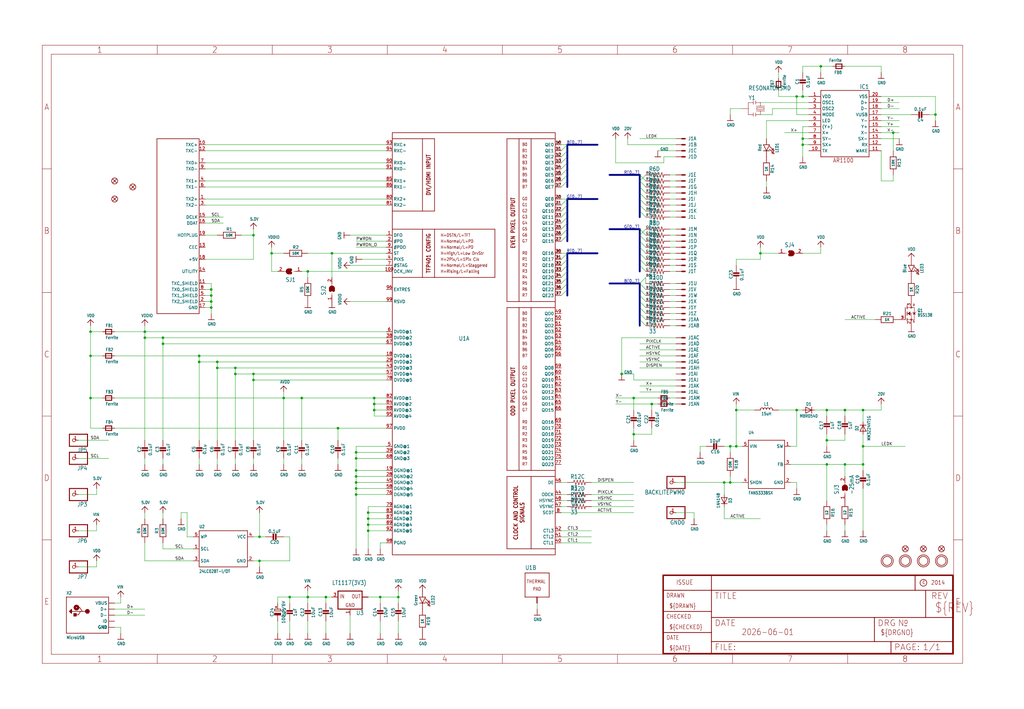
<source format=kicad_sch>
(kicad_sch (version 20230121) (generator eeschema)
  (paper "User" 430.962 298.602)
  (junction (at 149.86 200.66))
  (junction (at 363.22 187.96))
  (junction (at 347.98 172.72))
  (junction (at 157.48 167.64))
  (junction (at 345.44 27.94))
  (junction (at 154.94 218.44))
  (junction (at 88.9 124.46))
  (junction (at 121.92 251.46))
  (junction (at 274.32 170.18))
  (junction (at 157.48 172.72))
  (junction (at 88.9 129.54))
  (junction (at 149.86 208.28))
  (junction (at 157.48 170.18))
  (junction (at 88.9 121.92))
  (junction (at 355.6 172.72))
  (junction (at 137.16 251.46))
  (junction (at 304.8 203.2))
  (junction (at 309.88 172.72))
  (junction (at 335.28 172.72))
  (junction (at 129.54 251.46))
  (junction (at 337.82 58.42))
  (junction (at 114.3 106.68))
  (junction (at 309.88 187.96))
  (junction (at 154.94 215.9))
  (junction (at 88.9 127))
  (junction (at 129.54 114.3))
  (junction (at 266.7 182.88))
  (junction (at 83.82 149.86))
  (junction (at 109.22 236.22))
  (junction (at 99.06 154.94))
  (junction (at 149.86 198.12))
  (junction (at 38.1 167.64))
  (junction (at 149.86 203.2))
  (junction (at 307.34 187.96))
  (junction (at 393.7 48.26))
  (junction (at 320.04 106.68))
  (junction (at 91.44 154.94))
  (junction (at 261.62 157.48))
  (junction (at 160.02 251.46))
  (junction (at 106.68 160.02))
  (junction (at 167.64 251.46))
  (junction (at 149.86 193.04))
  (junction (at 149.86 190.5))
  (junction (at 154.94 220.98))
  (junction (at 60.96 142.24))
  (junction (at 109.22 226.06))
  (junction (at 139.7 106.68))
  (junction (at 38.1 149.86))
  (junction (at 119.38 167.64))
  (junction (at 375.92 55.88))
  (junction (at 99.06 157.48))
  (junction (at 127 167.64))
  (junction (at 38.1 139.7))
  (junction (at 68.58 144.78))
  (junction (at 106.68 99.06))
  (junction (at 154.94 223.52))
  (junction (at 337.82 60.96))
  (junction (at 347.98 185.42))
  (junction (at 347.98 195.58))
  (junction (at 68.58 142.24))
  (junction (at 335.28 40.64))
  (junction (at 266.7 167.64))
  (junction (at 149.86 205.74))
  (junction (at 337.82 40.64))
  (junction (at 91.44 152.4))
  (junction (at 83.82 152.4))
  (junction (at 307.34 203.2))
  (junction (at 363.22 172.72))
  (junction (at 142.24 180.34))
  (junction (at 106.68 157.48))
  (junction (at 60.96 139.7))
  (junction (at 355.6 195.58))
  (junction (at 363.22 195.58))
  (bus_entry (at 271.78 114.3) (size -2.54 -2.54))
  (bus_entry (at 236.22 73.66) (size 2.54 -2.54))
  (bus_entry (at 271.78 101.6) (size -2.54 -2.54))
  (bus_entry (at 271.78 116.84) (size -2.54 2.54))
  (bus_entry (at 271.78 99.06) (size -2.54 -2.54))
  (bus_entry (at 236.22 124.46) (size 2.54 -2.54))
  (bus_entry (at 271.78 91.44) (size -2.54 -2.54))
  (bus_entry (at 236.22 121.92) (size 2.54 -2.54))
  (bus_entry (at 236.22 93.98) (size 2.54 -2.54))
  (bus_entry (at 271.78 121.92) (size -2.54 -2.54))
  (bus_entry (at 271.78 106.68) (size -2.54 -2.54))
  (bus_entry (at 271.78 96.52) (size -2.54 2.54))
  (bus_entry (at 271.78 134.62) (size -2.54 -2.54))
  (bus_entry (at 236.22 101.6) (size 2.54 -2.54))
  (bus_entry (at 271.78 111.76) (size -2.54 -2.54))
  (bus_entry (at 271.78 109.22) (size -2.54 -2.54))
  (bus_entry (at 271.78 104.14) (size -2.54 -2.54))
  (bus_entry (at 236.22 109.22) (size 2.54 -2.54))
  (bus_entry (at 236.22 91.44) (size 2.54 -2.54))
  (bus_entry (at 271.78 129.54) (size -2.54 -2.54))
  (bus_entry (at 236.22 76.2) (size 2.54 -2.54))
  (bus_entry (at 271.78 86.36) (size -2.54 -2.54))
  (bus_entry (at 236.22 78.74) (size 2.54 -2.54))
  (bus_entry (at 271.78 127) (size -2.54 -2.54))
  (bus_entry (at 236.22 99.06) (size 2.54 -2.54))
  (bus_entry (at 271.78 88.9) (size -2.54 -2.54))
  (bus_entry (at 236.22 116.84) (size 2.54 -2.54))
  (bus_entry (at 271.78 124.46) (size -2.54 -2.54))
  (bus_entry (at 236.22 88.9) (size 2.54 -2.54))
  (bus_entry (at 236.22 68.58) (size 2.54 -2.54))
  (bus_entry (at 271.78 78.74) (size -2.54 -2.54))
  (bus_entry (at 236.22 71.12) (size 2.54 -2.54))
  (bus_entry (at 236.22 66.04) (size 2.54 -2.54))
  (bus_entry (at 236.22 96.52) (size 2.54 -2.54))
  (bus_entry (at 236.22 111.76) (size 2.54 -2.54))
  (bus_entry (at 271.78 76.2) (size -2.54 -2.54))
  (bus_entry (at 271.78 137.16) (size -2.54 -2.54))
  (bus_entry (at 271.78 81.28) (size -2.54 -2.54))
  (bus_entry (at 271.78 132.08) (size -2.54 -2.54))
  (bus_entry (at 236.22 119.38) (size 2.54 -2.54))
  (bus_entry (at 236.22 86.36) (size 2.54 -2.54))
  (bus_entry (at 271.78 83.82) (size -2.54 -2.54))
  (bus_entry (at 236.22 63.5) (size 2.54 -2.54))
  (bus_entry (at 271.78 73.66) (size -2.54 2.54))
  (bus_entry (at 236.22 114.3) (size 2.54 -2.54))
  (wire (pts (xy 327.66 172.72) (xy 335.28 172.72)) (stroke (width 0.1524)))
  (wire (pts (xy 335.28 48.26) (xy 335.28 40.64)) (stroke (width 0.1524)))
  (bus (pts (xy 269.24 81.28) (xy 269.24 83.82)) (stroke (width 0.762)))
  (bus (pts (xy 269.24 73.66) (xy 269.24 76.2)) (stroke (width 0.762)))
  (bus (pts (xy 238.76 114.3) (xy 238.76 116.84)) (stroke (width 0.762)))
  (wire (pts (xy 139.7 106.68) (xy 162.56 106.68)) (stroke (width 0.1524)))
  (wire (pts (xy 167.64 261.62) (xy 167.64 266.7)) (stroke (width 0.1524)))
  (wire (pts (xy 121.92 254) (xy 121.92 251.46)) (stroke (width 0.1524)))
  (wire (pts (xy 60.96 142.24) (xy 60.96 139.7)) (stroke (width 0.1524)))
  (wire (pts (xy 337.82 30.48) (xy 337.82 27.94)) (stroke (width 0.1524)))
  (wire (pts (xy 284.48 99.06) (xy 281.94 99.06)) (stroke (width 0.1524)))
  (wire (pts (xy 129.54 251.46) (xy 129.54 248.92)) (stroke (width 0.1524)))
  (wire (pts (xy 86.36 63.5) (xy 162.56 63.5)) (stroke (width 0.1524)))
  (wire (pts (xy 284.48 121.92) (xy 281.94 121.92)) (stroke (width 0.1524)))
  (wire (pts (xy 284.48 81.28) (xy 281.94 81.28)) (stroke (width 0.1524)))
  (bus (pts (xy 269.24 134.62) (xy 269.24 137.16)) (stroke (width 0.762)))
  (wire (pts (xy 162.56 218.44) (xy 154.94 218.44)) (stroke (width 0.1524)))
  (wire (pts (xy 363.22 195.58) (xy 363.22 187.96)) (stroke (width 0.1524)))
  (wire (pts (xy 284.48 142.24) (xy 261.62 142.24)) (stroke (width 0.1524)))
  (wire (pts (xy 162.56 152.4) (xy 91.44 152.4)) (stroke (width 0.1524)))
  (wire (pts (xy 68.58 144.78) (xy 68.58 142.24)) (stroke (width 0.1524)))
  (wire (pts (xy 33.02 208.28) (xy 40.64 208.28)) (stroke (width 0.1524)))
  (wire (pts (xy 363.22 177.8) (xy 363.22 172.72)) (stroke (width 0.1524)))
  (wire (pts (xy 284.48 124.46) (xy 281.94 124.46)) (stroke (width 0.1524)))
  (wire (pts (xy 60.96 218.44) (xy 60.96 215.9)) (stroke (width 0.1524)))
  (wire (pts (xy 304.8 218.44) (xy 320.04 218.44)) (stroke (width 0.1524)))
  (wire (pts (xy 162.56 205.74) (xy 149.86 205.74)) (stroke (width 0.1524)))
  (bus (pts (xy 238.76 109.22) (xy 238.76 111.76)) (stroke (width 0.762)))
  (wire (pts (xy 284.48 83.82) (xy 281.94 83.82)) (stroke (width 0.1524)))
  (wire (pts (xy 274.32 182.88) (xy 274.32 180.34)) (stroke (width 0.1524)))
  (wire (pts (xy 162.56 213.36) (xy 154.94 213.36)) (stroke (width 0.1524)))
  (wire (pts (xy 304.8 203.2) (xy 304.8 208.28)) (stroke (width 0.1524)))
  (wire (pts (xy 340.36 55.88) (xy 330.2 55.88)) (stroke (width 0.1524)))
  (bus (pts (xy 238.76 88.9) (xy 238.76 91.44)) (stroke (width 0.762)))
  (wire (pts (xy 162.56 109.22) (xy 152.4 109.22)) (stroke (width 0.1524)))
  (wire (pts (xy 350.52 27.94) (xy 345.44 27.94)) (stroke (width 0.1524)))
  (wire (pts (xy 88.9 127) (xy 88.9 129.54)) (stroke (width 0.1524)))
  (wire (pts (xy 375.92 63.5) (xy 375.92 55.88)) (stroke (width 0.1524)))
  (wire (pts (xy 284.48 134.62) (xy 281.94 134.62)) (stroke (width 0.1524)))
  (bus (pts (xy 238.76 99.06) (xy 238.76 101.6)) (stroke (width 0.762)))
  (bus (pts (xy 269.24 111.76) (xy 269.24 114.3)) (stroke (width 0.762)))
  (wire (pts (xy 335.28 172.72) (xy 337.82 172.72)) (stroke (width 0.1524)))
  (wire (pts (xy 266.7 167.64) (xy 259.08 167.64)) (stroke (width 0.1524)))
  (wire (pts (xy 50.8 254) (xy 50.8 251.46)) (stroke (width 0.1524)))
  (wire (pts (xy 355.6 223.52) (xy 355.6 220.98)) (stroke (width 0.1524)))
  (wire (pts (xy 68.58 218.44) (xy 68.58 215.9)) (stroke (width 0.1524)))
  (wire (pts (xy 78.74 215.9) (xy 76.2 215.9)) (stroke (width 0.1524)))
  (wire (pts (xy 88.9 124.46) (xy 88.9 127)) (stroke (width 0.1524)))
  (bus (pts (xy 269.24 83.82) (xy 269.24 86.36)) (stroke (width 0.762)))
  (wire (pts (xy 309.88 172.72) (xy 317.5 172.72)) (stroke (width 0.1524)))
  (wire (pts (xy 345.44 106.68) (xy 345.44 104.14)) (stroke (width 0.1524)))
  (wire (pts (xy 312.42 187.96) (xy 309.88 187.96)) (stroke (width 0.1524)))
  (wire (pts (xy 119.38 185.42) (xy 119.38 167.64)) (stroke (width 0.1524)))
  (wire (pts (xy 320.04 109.22) (xy 309.88 109.22)) (stroke (width 0.1524)))
  (wire (pts (xy 106.68 99.06) (xy 106.68 109.22)) (stroke (width 0.1524)))
  (wire (pts (xy 106.68 160.02) (xy 106.68 185.42)) (stroke (width 0.1524)))
  (wire (pts (xy 284.48 144.78) (xy 269.24 144.78)) (stroke (width 0.1524)))
  (wire (pts (xy 284.48 88.9) (xy 281.94 88.9)) (stroke (width 0.1524)))
  (wire (pts (xy 60.96 193.04) (xy 60.96 195.58)) (stroke (width 0.1524)))
  (wire (pts (xy 81.28 236.22) (xy 60.96 236.22)) (stroke (width 0.1524)))
  (bus (pts (xy 238.76 76.2) (xy 238.76 73.66)) (stroke (width 0.762)))
  (wire (pts (xy 142.24 193.04) (xy 142.24 195.58)) (stroke (width 0.1524)))
  (wire (pts (xy 355.6 195.58) (xy 363.22 195.58)) (stroke (width 0.1524)))
  (bus (pts (xy 269.24 96.52) (xy 269.24 99.06)) (stroke (width 0.762)))
  (wire (pts (xy 60.96 142.24) (xy 60.96 185.42)) (stroke (width 0.1524)))
  (wire (pts (xy 86.36 91.44) (xy 93.98 91.44)) (stroke (width 0.1524)))
  (bus (pts (xy 269.24 99.06) (xy 269.24 101.6)) (stroke (width 0.762)))
  (wire (pts (xy 91.44 154.94) (xy 91.44 185.42)) (stroke (width 0.1524)))
  (wire (pts (xy 236.22 208.28) (xy 238.76 208.28)) (stroke (width 0.1524)))
  (wire (pts (xy 340.36 43.18) (xy 320.04 43.18)) (stroke (width 0.1524)))
  (wire (pts (xy 162.56 127) (xy 147.32 127)) (stroke (width 0.1524)))
  (wire (pts (xy 114.3 106.68) (xy 114.3 104.14)) (stroke (width 0.1524)))
  (wire (pts (xy 375.92 55.88) (xy 378.46 55.88)) (stroke (width 0.1524)))
  (wire (pts (xy 335.28 40.64) (xy 327.66 40.64)) (stroke (width 0.1524)))
  (wire (pts (xy 162.56 172.72) (xy 157.48 172.72)) (stroke (width 0.1524)))
  (wire (pts (xy 340.36 45.72) (xy 325.12 45.72)) (stroke (width 0.1524)))
  (wire (pts (xy 86.36 76.2) (xy 162.56 76.2)) (stroke (width 0.1524)))
  (wire (pts (xy 38.1 167.64) (xy 38.1 149.86)) (stroke (width 0.1524)))
  (wire (pts (xy 81.28 226.06) (xy 78.74 226.06)) (stroke (width 0.1524)))
  (wire (pts (xy 332.74 203.2) (xy 335.28 203.2)) (stroke (width 0.1524)))
  (wire (pts (xy 149.86 205.74) (xy 149.86 208.28)) (stroke (width 0.1524)))
  (wire (pts (xy 363.22 205.74) (xy 363.22 223.52)) (stroke (width 0.1524)))
  (bus (pts (xy 269.24 109.22) (xy 269.24 111.76)) (stroke (width 0.762)))
  (wire (pts (xy 160.02 261.62) (xy 160.02 266.7)) (stroke (width 0.1524)))
  (wire (pts (xy 320.04 106.68) (xy 320.04 104.14)) (stroke (width 0.1524)))
  (wire (pts (xy 266.7 182.88) (xy 266.7 185.42)) (stroke (width 0.1524)))
  (wire (pts (xy 327.66 30.48) (xy 327.66 33.02)) (stroke (width 0.1524)))
  (wire (pts (xy 162.56 187.96) (xy 149.86 187.96)) (stroke (width 0.1524)))
  (wire (pts (xy 101.6 99.06) (xy 106.68 99.06)) (stroke (width 0.1524)))
  (wire (pts (xy 355.6 27.94) (xy 370.84 27.94)) (stroke (width 0.1524)))
  (wire (pts (xy 33.02 193.04) (xy 45.72 193.04)) (stroke (width 0.1524)))
  (wire (pts (xy 375.92 76.2) (xy 370.84 76.2)) (stroke (width 0.1524)))
  (wire (pts (xy 284.48 109.22) (xy 281.94 109.22)) (stroke (width 0.1524)))
  (wire (pts (xy 284.48 114.3) (xy 281.94 114.3)) (stroke (width 0.1524)))
  (wire (pts (xy 236.22 228.6) (xy 248.92 228.6)) (stroke (width 0.1524)))
  (bus (pts (xy 269.24 119.38) (xy 269.24 121.92)) (stroke (width 0.762)))
  (wire (pts (xy 154.94 218.44) (xy 154.94 220.98)) (stroke (width 0.1524)))
  (wire (pts (xy 327.66 40.64) (xy 327.66 38.1)) (stroke (width 0.1524)))
  (wire (pts (xy 284.48 91.44) (xy 281.94 91.44)) (stroke (width 0.1524)))
  (bus (pts (xy 269.24 73.66) (xy 256.54 73.66)) (stroke (width 0.762)))
  (wire (pts (xy 78.74 226.06) (xy 78.74 215.9)) (stroke (width 0.1524)))
  (wire (pts (xy 162.56 175.26) (xy 157.48 175.26)) (stroke (width 0.1524)))
  (wire (pts (xy 320.04 106.68) (xy 327.66 106.68)) (stroke (width 0.1524)))
  (wire (pts (xy 106.68 109.22) (xy 86.36 109.22)) (stroke (width 0.1524)))
  (wire (pts (xy 370.84 48.26) (xy 383.54 48.26)) (stroke (width 0.1524)))
  (bus (pts (xy 269.24 104.14) (xy 269.24 106.68)) (stroke (width 0.762)))
  (wire (pts (xy 307.34 187.96) (xy 309.88 187.96)) (stroke (width 0.1524)))
  (wire (pts (xy 248.92 213.36) (xy 266.7 213.36)) (stroke (width 0.1524)))
  (wire (pts (xy 154.94 251.46) (xy 160.02 251.46)) (stroke (width 0.1524)))
  (wire (pts (xy 307.34 190.5) (xy 307.34 187.96)) (stroke (width 0.1524)))
  (wire (pts (xy 86.36 124.46) (xy 88.9 124.46)) (stroke (width 0.1524)))
  (wire (pts (xy 162.56 215.9) (xy 154.94 215.9)) (stroke (width 0.1524)))
  (wire (pts (xy 162.56 198.12) (xy 149.86 198.12)) (stroke (width 0.1524)))
  (wire (pts (xy 347.98 182.88) (xy 347.98 185.42)) (stroke (width 0.1524)))
  (wire (pts (xy 86.36 129.54) (xy 88.9 129.54)) (stroke (width 0.1524)))
  (bus (pts (xy 269.24 76.2) (xy 269.24 78.74)) (stroke (width 0.762)))
  (bus (pts (xy 238.76 121.92) (xy 238.76 124.46)) (stroke (width 0.762)))
  (wire (pts (xy 83.82 152.4) (xy 83.82 149.86)) (stroke (width 0.1524)))
  (wire (pts (xy 149.86 203.2) (xy 149.86 205.74)) (stroke (width 0.1524)))
  (wire (pts (xy 167.64 251.46) (xy 167.64 248.92)) (stroke (width 0.1524)))
  (wire (pts (xy 370.84 76.2) (xy 370.84 63.5)) (stroke (width 0.1524)))
  (wire (pts (xy 312.42 45.72) (xy 307.34 45.72)) (stroke (width 0.1524)))
  (wire (pts (xy 279.4 68.58) (xy 259.08 68.58)) (stroke (width 0.1524)))
  (wire (pts (xy 48.26 264.16) (xy 50.8 264.16)) (stroke (width 0.1524)))
  (wire (pts (xy 162.56 139.7) (xy 60.96 139.7)) (stroke (width 0.1524)))
  (wire (pts (xy 157.48 172.72) (xy 157.48 170.18)) (stroke (width 0.1524)))
  (wire (pts (xy 309.88 187.96) (xy 309.88 172.72)) (stroke (width 0.1524)))
  (wire (pts (xy 40.64 208.28) (xy 40.64 205.74)) (stroke (width 0.1524)))
  (wire (pts (xy 162.56 157.48) (xy 106.68 157.48)) (stroke (width 0.1524)))
  (wire (pts (xy 276.86 167.64) (xy 266.7 167.64)) (stroke (width 0.1524)))
  (wire (pts (xy 284.48 104.14) (xy 281.94 104.14)) (stroke (width 0.1524)))
  (wire (pts (xy 99.06 193.04) (xy 99.06 195.58)) (stroke (width 0.1524)))
  (wire (pts (xy 162.56 167.64) (xy 157.48 167.64)) (stroke (width 0.1524)))
  (wire (pts (xy 167.64 251.46) (xy 167.64 254)) (stroke (width 0.1524)))
  (wire (pts (xy 355.6 182.88) (xy 355.6 185.42)) (stroke (width 0.1524)))
  (wire (pts (xy 248.92 210.82) (xy 266.7 210.82)) (stroke (width 0.1524)))
  (wire (pts (xy 337.82 27.94) (xy 345.44 27.94)) (stroke (width 0.1524)))
  (wire (pts (xy 38.1 149.86) (xy 38.1 139.7)) (stroke (width 0.1524)))
  (wire (pts (xy 121.92 236.22) (xy 109.22 236.22)) (stroke (width 0.1524)))
  (bus (pts (xy 238.76 73.66) (xy 238.76 71.12)) (stroke (width 0.762)))
  (wire (pts (xy 320.04 109.22) (xy 320.04 106.68)) (stroke (width 0.1524)))
  (wire (pts (xy 149.86 187.96) (xy 149.86 190.5)) (stroke (width 0.1524)))
  (wire (pts (xy 129.54 114.3) (xy 127 114.3)) (stroke (width 0.1524)))
  (wire (pts (xy 157.48 167.64) (xy 127 167.64)) (stroke (width 0.1524)))
  (wire (pts (xy 129.54 261.62) (xy 129.54 266.7)) (stroke (width 0.1524)))
  (wire (pts (xy 86.36 68.58) (xy 162.56 68.58)) (stroke (width 0.1524)))
  (wire (pts (xy 284.48 86.36) (xy 281.94 86.36)) (stroke (width 0.1524)))
  (wire (pts (xy 363.22 172.72) (xy 370.84 172.72)) (stroke (width 0.1524)))
  (wire (pts (xy 236.22 223.52) (xy 248.92 223.52)) (stroke (width 0.1524)))
  (wire (pts (xy 162.56 149.86) (xy 83.82 149.86)) (stroke (width 0.1524)))
  (bus (pts (xy 238.76 119.38) (xy 238.76 121.92)) (stroke (width 0.762)))
  (wire (pts (xy 121.92 251.46) (xy 129.54 251.46)) (stroke (width 0.1524)))
  (wire (pts (xy 226.06 254) (xy 226.06 256.54)) (stroke (width 0.1524)))
  (wire (pts (xy 284.48 154.94) (xy 269.24 154.94)) (stroke (width 0.1524)))
  (wire (pts (xy 68.58 144.78) (xy 68.58 185.42)) (stroke (width 0.1524)))
  (wire (pts (xy 340.36 50.8) (xy 322.58 50.8)) (stroke (width 0.1524)))
  (wire (pts (xy 337.82 40.64) (xy 337.82 38.1)) (stroke (width 0.1524)))
  (bus (pts (xy 238.76 60.96) (xy 251.46 60.96)) (stroke (width 0.762)))
  (wire (pts (xy 160.02 228.6) (xy 160.02 231.14)) (stroke (width 0.1524)))
  (wire (pts (xy 307.34 187.96) (xy 304.8 187.96)) (stroke (width 0.1524)))
  (wire (pts (xy 363.22 198.12) (xy 363.22 195.58)) (stroke (width 0.1524)))
  (wire (pts (xy 162.56 228.6) (xy 160.02 228.6)) (stroke (width 0.1524)))
  (wire (pts (xy 162.56 203.2) (xy 149.86 203.2)) (stroke (width 0.1524)))
  (wire (pts (xy 129.54 116.84) (xy 129.54 114.3)) (stroke (width 0.1524)))
  (wire (pts (xy 284.48 167.64) (xy 281.94 167.64)) (stroke (width 0.1524)))
  (bus (pts (xy 269.24 96.52) (xy 256.54 96.52)) (stroke (width 0.762)))
  (wire (pts (xy 91.44 152.4) (xy 83.82 152.4)) (stroke (width 0.1524)))
  (bus (pts (xy 238.76 93.98) (xy 238.76 96.52)) (stroke (width 0.762)))
  (wire (pts (xy 38.1 180.34) (xy 38.1 167.64)) (stroke (width 0.1524)))
  (wire (pts (xy 119.38 167.64) (xy 119.38 165.1)) (stroke (width 0.1524)))
  (wire (pts (xy 284.48 149.86) (xy 269.24 149.86)) (stroke (width 0.1524)))
  (wire (pts (xy 86.36 119.38) (xy 88.9 119.38)) (stroke (width 0.1524)))
  (bus (pts (xy 238.76 91.44) (xy 238.76 93.98)) (stroke (width 0.762)))
  (wire (pts (xy 284.48 78.74) (xy 281.94 78.74)) (stroke (width 0.1524)))
  (wire (pts (xy 284.48 96.52) (xy 281.94 96.52)) (stroke (width 0.1524)))
  (wire (pts (xy 106.68 160.02) (xy 106.68 157.48)) (stroke (width 0.1524)))
  (wire (pts (xy 38.1 139.7) (xy 38.1 137.16)) (stroke (width 0.1524)))
  (wire (pts (xy 347.98 175.26) (xy 347.98 172.72)) (stroke (width 0.1524)))
  (wire (pts (xy 337.82 106.68) (xy 345.44 106.68)) (stroke (width 0.1524)))
  (wire (pts (xy 292.1 215.9) (xy 284.48 215.9)) (stroke (width 0.1524)))
  (wire (pts (xy 363.22 187.96) (xy 381 187.96)) (stroke (width 0.1524)))
  (wire (pts (xy 284.48 60.96) (xy 264.16 60.96)) (stroke (width 0.1524)))
  (wire (pts (xy 88.9 129.54) (xy 88.9 132.08)) (stroke (width 0.1524)))
  (wire (pts (xy 284.48 111.76) (xy 281.94 111.76)) (stroke (width 0.1524)))
  (wire (pts (xy 162.56 142.24) (xy 68.58 142.24)) (stroke (width 0.1524)))
  (wire (pts (xy 337.82 40.64) (xy 335.28 40.64)) (stroke (width 0.1524)))
  (wire (pts (xy 370.84 27.94) (xy 370.84 30.48)) (stroke (width 0.1524)))
  (wire (pts (xy 370.84 53.34) (xy 378.46 53.34)) (stroke (width 0.1524)))
  (wire (pts (xy 368.3 134.62) (xy 355.6 134.62)) (stroke (width 0.1524)))
  (wire (pts (xy 236.22 226.06) (xy 248.92 226.06)) (stroke (width 0.1524)))
  (bus (pts (xy 238.76 111.76) (xy 238.76 114.3)) (stroke (width 0.762)))
  (wire (pts (xy 248.92 208.28) (xy 266.7 208.28)) (stroke (width 0.1524)))
  (wire (pts (xy 121.92 266.7) (xy 121.92 261.62)) (stroke (width 0.1524)))
  (wire (pts (xy 284.48 132.08) (xy 281.94 132.08)) (stroke (width 0.1524)))
  (wire (pts (xy 109.22 226.06) (xy 109.22 215.9)) (stroke (width 0.1524)))
  (bus (pts (xy 269.24 132.08) (xy 269.24 134.62)) (stroke (width 0.762)))
  (bus (pts (xy 269.24 86.36) (xy 269.24 88.9)) (stroke (width 0.762)))
  (wire (pts (xy 309.88 109.22) (xy 309.88 111.76)) (stroke (width 0.1524)))
  (wire (pts (xy 284.48 127) (xy 281.94 127)) (stroke (width 0.1524)))
  (wire (pts (xy 91.44 154.94) (xy 91.44 152.4)) (stroke (width 0.1524)))
  (wire (pts (xy 154.94 215.9) (xy 154.94 218.44)) (stroke (width 0.1524)))
  (wire (pts (xy 332.74 187.96) (xy 335.28 187.96)) (stroke (width 0.1524)))
  (wire (pts (xy 340.36 53.34) (xy 337.82 53.34)) (stroke (width 0.1524)))
  (wire (pts (xy 137.16 254) (xy 137.16 251.46)) (stroke (width 0.1524)))
  (wire (pts (xy 284.48 66.04) (xy 279.4 66.04)) (stroke (width 0.1524)))
  (wire (pts (xy 337.82 53.34) (xy 337.82 58.42)) (stroke (width 0.1524)))
  (wire (pts (xy 119.38 226.06) (xy 121.92 226.06)) (stroke (width 0.1524)))
  (wire (pts (xy 284.48 147.32) (xy 269.24 147.32)) (stroke (width 0.1524)))
  (wire (pts (xy 68.58 142.24) (xy 60.96 142.24)) (stroke (width 0.1524)))
  (wire (pts (xy 259.08 68.58) (xy 259.08 58.42)) (stroke (width 0.1524)))
  (wire (pts (xy 332.74 195.58) (xy 347.98 195.58)) (stroke (width 0.1524)))
  (wire (pts (xy 162.56 220.98) (xy 154.94 220.98)) (stroke (width 0.1524)))
  (wire (pts (xy 393.7 40.64) (xy 393.7 48.26)) (stroke (width 0.1524)))
  (wire (pts (xy 50.8 264.16) (xy 50.8 266.7)) (stroke (width 0.1524)))
  (bus (pts (xy 269.24 78.74) (xy 269.24 81.28)) (stroke (width 0.762)))
  (wire (pts (xy 40.64 223.52) (xy 40.64 220.98)) (stroke (width 0.1524)))
  (wire (pts (xy 83.82 152.4) (xy 83.82 185.42)) (stroke (width 0.1524)))
  (wire (pts (xy 86.36 83.82) (xy 162.56 83.82)) (stroke (width 0.1524)))
  (wire (pts (xy 370.84 43.18) (xy 378.46 43.18)) (stroke (width 0.1524)))
  (bus (pts (xy 238.76 86.36) (xy 238.76 88.9)) (stroke (width 0.762)))
  (wire (pts (xy 43.18 139.7) (xy 38.1 139.7)) (stroke (width 0.1524)))
  (wire (pts (xy 266.7 180.34) (xy 266.7 182.88)) (stroke (width 0.1524)))
  (wire (pts (xy 292.1 215.9) (xy 292.1 218.44)) (stroke (width 0.1524)))
  (wire (pts (xy 162.56 144.78) (xy 68.58 144.78)) (stroke (width 0.1524)))
  (wire (pts (xy 139.7 106.68) (xy 139.7 116.84)) (stroke (width 0.1524)))
  (wire (pts (xy 162.56 104.14) (xy 149.86 104.14)) (stroke (width 0.1524)))
  (wire (pts (xy 88.9 119.38) (xy 88.9 121.92)) (stroke (width 0.1524)))
  (wire (pts (xy 86.36 60.96) (xy 162.56 60.96)) (stroke (width 0.1524)))
  (wire (pts (xy 106.68 157.48) (xy 99.06 157.48)) (stroke (width 0.1524)))
  (wire (pts (xy 266.7 160.02) (xy 284.48 160.02)) (stroke (width 0.1524)))
  (wire (pts (xy 68.58 231.14) (xy 68.58 228.6)) (stroke (width 0.1524)))
  (wire (pts (xy 154.94 223.52) (xy 154.94 231.14)) (stroke (width 0.1524)))
  (wire (pts (xy 149.86 190.5) (xy 149.86 193.04)) (stroke (width 0.1524)))
  (wire (pts (xy 294.64 187.96) (xy 294.64 190.5)) (stroke (width 0.1524)))
  (wire (pts (xy 162.56 190.5) (xy 149.86 190.5)) (stroke (width 0.1524)))
  (wire (pts (xy 340.36 48.26) (xy 335.28 48.26)) (stroke (width 0.1524)))
  (wire (pts (xy 40.64 238.76) (xy 40.64 236.22)) (stroke (width 0.1524)))
  (wire (pts (xy 149.86 198.12) (xy 149.86 200.66)) (stroke (width 0.1524)))
  (bus (pts (xy 238.76 71.12) (xy 238.76 68.58)) (stroke (width 0.762)))
  (wire (pts (xy 83.82 193.04) (xy 83.82 195.58)) (stroke (width 0.1524)))
  (wire (pts (xy 307.34 200.66) (xy 307.34 203.2)) (stroke (width 0.1524)))
  (wire (pts (xy 325.12 45.72) (xy 325.12 48.26)) (stroke (width 0.1524)))
  (wire (pts (xy 162.56 111.76) (xy 147.32 111.76)) (stroke (width 0.1524)))
  (bus (pts (xy 269.24 121.92) (xy 269.24 124.46)) (stroke (width 0.762)))
  (wire (pts (xy 236.22 60.96) (xy 238.76 60.96)) (stroke (width 0.1524)))
  (wire (pts (xy 149.86 200.66) (xy 149.86 203.2)) (stroke (width 0.1524)))
  (wire (pts (xy 309.88 170.18) (xy 309.88 172.72)) (stroke (width 0.1524)))
  (wire (pts (xy 160.02 251.46) (xy 167.64 251.46)) (stroke (width 0.1524)))
  (wire (pts (xy 236.22 106.68) (xy 238.76 106.68)) (stroke (width 0.1524)))
  (wire (pts (xy 99.06 157.48) (xy 99.06 185.42)) (stroke (width 0.1524)))
  (wire (pts (xy 121.92 226.06) (xy 121.92 236.22)) (stroke (width 0.1524)))
  (wire (pts (xy 33.02 238.76) (xy 40.64 238.76)) (stroke (width 0.1524)))
  (wire (pts (xy 147.32 259.08) (xy 147.32 266.7)) (stroke (width 0.1524)))
  (wire (pts (xy 162.56 99.06) (xy 147.32 99.06)) (stroke (width 0.1524)))
  (wire (pts (xy 116.84 254) (xy 116.84 251.46)) (stroke (width 0.1524)))
  (wire (pts (xy 284.48 58.42) (xy 269.24 58.42)) (stroke (width 0.1524)))
  (wire (pts (xy 284.48 76.2) (xy 281.94 76.2)) (stroke (width 0.1524)))
  (wire (pts (xy 261.62 157.48) (xy 266.7 157.48)) (stroke (width 0.1524)))
  (wire (pts (xy 83.82 149.86) (xy 48.26 149.86)) (stroke (width 0.1524)))
  (wire (pts (xy 322.58 50.8) (xy 322.58 58.42)) (stroke (width 0.1524)))
  (wire (pts (xy 236.22 213.36) (xy 238.76 213.36)) (stroke (width 0.1524)))
  (wire (pts (xy 266.7 182.88) (xy 274.32 182.88)) (stroke (width 0.1524)))
  (wire (pts (xy 88.9 121.92) (xy 88.9 124.46)) (stroke (width 0.1524)))
  (bus (pts (xy 269.24 119.38) (xy 256.54 119.38)) (stroke (width 0.762)))
  (bus (pts (xy 238.76 106.68) (xy 251.46 106.68)) (stroke (width 0.762)))
  (wire (pts (xy 284.48 137.16) (xy 281.94 137.16)) (stroke (width 0.1524)))
  (wire (pts (xy 370.84 55.88) (xy 375.92 55.88)) (stroke (width 0.1524)))
  (wire (pts (xy 266.7 172.72) (xy 266.7 167.64)) (stroke (width 0.1524)))
  (wire (pts (xy 119.38 167.64) (xy 48.26 167.64)) (stroke (width 0.1524)))
  (wire (pts (xy 43.18 180.34) (xy 38.1 180.34)) (stroke (width 0.1524)))
  (wire (pts (xy 236.22 210.82) (xy 238.76 210.82)) (stroke (width 0.1524)))
  (wire (pts (xy 274.32 172.72) (xy 274.32 170.18)) (stroke (width 0.1524)))
  (wire (pts (xy 335.28 203.2) (xy 335.28 205.74)) (stroke (width 0.1524)))
  (wire (pts (xy 127 167.64) (xy 119.38 167.64)) (stroke (width 0.1524)))
  (wire (pts (xy 347.98 210.82) (xy 347.98 195.58)) (stroke (width 0.1524)))
  (wire (pts (xy 86.36 78.74) (xy 162.56 78.74)) (stroke (width 0.1524)))
  (wire (pts (xy 76.2 215.9) (xy 76.2 218.44)) (stroke (width 0.1524)))
  (wire (pts (xy 355.6 185.42) (xy 347.98 185.42)) (stroke (width 0.1524)))
  (wire (pts (xy 284.48 101.6) (xy 281.94 101.6)) (stroke (width 0.1524)))
  (wire (pts (xy 284.48 152.4) (xy 269.24 152.4)) (stroke (width 0.1524)))
  (wire (pts (xy 99.06 157.48) (xy 99.06 154.94)) (stroke (width 0.1524)))
  (bus (pts (xy 269.24 106.68) (xy 269.24 109.22)) (stroke (width 0.762)))
  (wire (pts (xy 86.36 121.92) (xy 88.9 121.92)) (stroke (width 0.1524)))
  (wire (pts (xy 347.98 172.72) (xy 355.6 172.72)) (stroke (width 0.1524)))
  (wire (pts (xy 370.84 172.72) (xy 370.84 170.18)) (stroke (width 0.1524)))
  (wire (pts (xy 375.92 76.2) (xy 375.92 73.66)) (stroke (width 0.1524)))
  (wire (pts (xy 129.54 254) (xy 129.54 251.46)) (stroke (width 0.1524)))
  (wire (pts (xy 154.94 220.98) (xy 154.94 223.52)) (stroke (width 0.1524)))
  (wire (pts (xy 160.02 251.46) (xy 160.02 254)) (stroke (width 0.1524)))
  (wire (pts (xy 86.36 93.98) (xy 93.98 93.98)) (stroke (width 0.1524)))
  (wire (pts (xy 142.24 180.34) (xy 142.24 185.42)) (stroke (width 0.1524)))
  (wire (pts (xy 106.68 193.04) (xy 106.68 195.58)) (stroke (width 0.1524)))
  (wire (pts (xy 111.76 226.06) (xy 109.22 226.06)) (stroke (width 0.1524)))
  (wire (pts (xy 137.16 251.46) (xy 129.54 251.46)) (stroke (width 0.1524)))
  (bus (pts (xy 238.76 83.82) (xy 238.76 86.36)) (stroke (width 0.762)))
  (bus (pts (xy 238.76 63.5) (xy 238.76 60.96)) (stroke (width 0.762)))
  (wire (pts (xy 139.7 106.68) (xy 129.54 106.68)) (stroke (width 0.1524)))
  (wire (pts (xy 162.56 223.52) (xy 154.94 223.52)) (stroke (width 0.1524)))
  (wire (pts (xy 162.56 180.34) (xy 142.24 180.34)) (stroke (width 0.1524)))
  (bus (pts (xy 238.76 106.68) (xy 238.76 109.22)) (stroke (width 0.762)))
  (wire (pts (xy 99.06 154.94) (xy 91.44 154.94)) (stroke (width 0.1524)))
  (wire (pts (xy 106.68 99.06) (xy 106.68 96.52)) (stroke (width 0.1524)))
  (wire (pts (xy 347.98 185.42) (xy 347.98 187.96)) (stroke (width 0.1524)))
  (wire (pts (xy 33.02 223.52) (xy 40.64 223.52)) (stroke (width 0.1524)))
  (wire (pts (xy 43.18 149.86) (xy 38.1 149.86)) (stroke (width 0.1524)))
  (wire (pts (xy 284.48 73.66) (xy 281.94 73.66)) (stroke (width 0.1524)))
  (wire (pts (xy 48.26 256.54) (xy 60.96 256.54)) (stroke (width 0.1524)))
  (wire (pts (xy 347.98 223.52) (xy 347.98 220.98)) (stroke (width 0.1524)))
  (wire (pts (xy 236.22 215.9) (xy 266.7 215.9)) (stroke (width 0.1524)))
  (wire (pts (xy 162.56 101.6) (xy 149.86 101.6)) (stroke (width 0.1524)))
  (wire (pts (xy 86.36 86.36) (xy 162.56 86.36)) (stroke (width 0.1524)))
  (wire (pts (xy 304.8 213.36) (xy 304.8 218.44)) (stroke (width 0.1524)))
  (wire (pts (xy 370.84 50.8) (xy 378.46 50.8)) (stroke (width 0.1524)))
  (wire (pts (xy 335.28 187.96) (xy 335.28 172.72)) (stroke (width 0.1524)))
  (wire (pts (xy 149.86 193.04) (xy 149.86 198.12)) (stroke (width 0.1524)))
  (wire (pts (xy 274.32 170.18) (xy 259.08 170.18)) (stroke (width 0.1524)))
  (wire (pts (xy 157.48 170.18) (xy 157.48 167.64)) (stroke (width 0.1524)))
  (wire (pts (xy 370.84 45.72) (xy 378.46 45.72)) (stroke (width 0.1524)))
  (wire (pts (xy 60.96 139.7) (xy 48.26 139.7)) (stroke (width 0.1524)))
  (wire (pts (xy 162.56 160.02) (xy 106.68 160.02)) (stroke (width 0.1524)))
  (wire (pts (xy 345.44 27.94) (xy 345.44 30.48)) (stroke (width 0.1524)))
  (bus (pts (xy 269.24 129.54) (xy 269.24 132.08)) (stroke (width 0.762)))
  (wire (pts (xy 284.48 165.1) (xy 269.24 165.1)) (stroke (width 0.1524)))
  (wire (pts (xy 149.86 208.28) (xy 149.86 231.14)) (stroke (width 0.1524)))
  (wire (pts (xy 271.78 119.38) (xy 271.78 116.84)) (stroke (width 0.1524)))
  (wire (pts (xy 116.84 114.3) (xy 114.3 114.3)) (stroke (width 0.1524)))
  (wire (pts (xy 363.22 187.96) (xy 363.22 182.88)) (stroke (width 0.1524)))
  (wire (pts (xy 106.68 236.22) (xy 109.22 236.22)) (stroke (width 0.1524)))
  (wire (pts (xy 127 193.04) (xy 127 195.58)) (stroke (width 0.1524)))
  (bus (pts (xy 238.76 116.84) (xy 238.76 119.38)) (stroke (width 0.762)))
  (wire (pts (xy 162.56 208.28) (xy 149.86 208.28)) (stroke (width 0.1524)))
  (wire (pts (xy 116.84 251.46) (xy 121.92 251.46)) (stroke (width 0.1524)))
  (bus (pts (xy 269.24 124.46) (xy 269.24 127)) (stroke (width 0.762)))
  (wire (pts (xy 162.56 200.66) (xy 149.86 200.66)) (stroke (width 0.1524)))
  (wire (pts (xy 264.16 60.96) (xy 264.16 58.42)) (stroke (width 0.1524)))
  (wire (pts (xy 162.56 114.3) (xy 129.54 114.3)) (stroke (width 0.1524)))
  (wire (pts (xy 68.58 231.14) (xy 81.28 231.14)) (stroke (width 0.1524)))
  (wire (pts (xy 60.96 137.16) (xy 60.96 139.7)) (stroke (width 0.1524)))
  (wire (pts (xy 307.34 45.72) (xy 307.34 48.26)) (stroke (width 0.1524)))
  (wire (pts (xy 162.56 170.18) (xy 157.48 170.18)) (stroke (width 0.1524)))
  (wire (pts (xy 307.34 203.2) (xy 304.8 203.2)) (stroke (width 0.1524)))
  (wire (pts (xy 391.16 48.26) (xy 393.7 48.26)) (stroke (width 0.1524)))
  (wire (pts (xy 312.42 203.2) (xy 307.34 203.2)) (stroke (width 0.1524)))
  (wire (pts (xy 337.82 58.42) (xy 337.82 60.96)) (stroke (width 0.1524)))
  (wire (pts (xy 33.02 185.42) (xy 45.72 185.42)) (stroke (width 0.1524)))
  (wire (pts (xy 284.48 162.56) (xy 269.24 162.56)) (stroke (width 0.1524)))
  (wire (pts (xy 142.24 180.34) (xy 48.26 180.34)) (stroke (width 0.1524)))
  (wire (pts (xy 393.7 48.26) (xy 393.7 50.8)) (stroke (width 0.1524)))
  (wire (pts (xy 127 185.42) (xy 127 167.64)) (stroke (width 0.1524)))
  (wire (pts (xy 114.3 114.3) (xy 114.3 106.68)) (stroke (width 0.1524)))
  (wire (pts (xy 340.36 60.96) (xy 337.82 60.96)) (stroke (width 0.1524)))
  (wire (pts (xy 342.9 172.72) (xy 347.98 172.72)) (stroke (width 0.1524)))
  (wire (pts (xy 322.58 78.74) (xy 322.58 76.2)) (stroke (width 0.1524)))
  (wire (pts (xy 60.96 236.22) (xy 60.96 228.6)) (stroke (width 0.1524)))
  (wire (pts (xy 297.18 187.96) (xy 294.64 187.96)) (stroke (width 0.1524)))
  (wire (pts (xy 261.62 142.24) (xy 261.62 157.48)) (stroke (width 0.1524)))
  (wire (pts (xy 284.48 119.38) (xy 281.94 119.38)) (stroke (width 0.1524)))
  (wire (pts (xy 355.6 200.66) (xy 355.6 195.58)) (stroke (width 0.1524)))
  (wire (pts (xy 304.8 203.2) (xy 284.48 203.2)) (stroke (width 0.1524)))
  (wire (pts (xy 340.36 40.64) (xy 337.82 40.64)) (stroke (width 0.1524)))
  (wire (pts (xy 43.18 167.64) (xy 38.1 167.64)) (stroke (width 0.1524)))
  (wire (pts (xy 347.98 195.58) (xy 355.6 195.58)) (stroke (width 0.1524)))
  (wire (pts (xy 248.92 203.2) (xy 266.7 203.2)) (stroke (width 0.1524)))
  (wire (pts (xy 325.12 48.26) (xy 320.04 48.26)) (stroke (width 0.1524)))
  (wire (pts (xy 109.22 236.22) (xy 109.22 238.76)) (stroke (width 0.1524)))
  (bus (pts (xy 238.76 83.82) (xy 251.46 83.82)) (stroke (width 0.762)))
  (wire (pts (xy 340.36 58.42) (xy 337.82 58.42)) (stroke (width 0.1524)))
  (bus (pts (xy 269.24 88.9) (xy 269.24 91.44)) (stroke (width 0.762)))
  (wire (pts (xy 236.22 203.2) (xy 238.76 203.2)) (stroke (width 0.1524)))
  (wire (pts (xy 284.48 106.68) (xy 281.94 106.68)) (stroke (width 0.1524)))
  (wire (pts (xy 284.48 129.54) (xy 281.94 129.54)) (stroke (width 0.1524)))
  (bus (pts (xy 238.76 78.74) (xy 238.76 76.2)) (stroke (width 0.762)))
  (wire (pts (xy 154.94 213.36) (xy 154.94 215.9)) (stroke (width 0.1524)))
  (wire (pts (xy 266.7 157.48) (xy 266.7 160.02)) (stroke (width 0.1524)))
  (wire (pts (xy 276.86 170.18) (xy 274.32 170.18)) (stroke (width 0.1524)))
  (wire (pts (xy 86.36 99.06) (xy 91.44 99.06)) (stroke (width 0.1524)))
  (wire (pts (xy 236.22 83.82) (xy 238.76 83.82)) (stroke (width 0.1524)))
  (wire (pts (xy 157.48 175.26) (xy 157.48 172.72)) (stroke (width 0.1524)))
  (wire (pts (xy 86.36 71.12) (xy 162.56 71.12)) (stroke (width 0.1524)))
  (wire (pts (xy 119.38 193.04) (xy 119.38 195.58)) (stroke (width 0.1524)))
  (wire (pts (xy 284.48 170.18) (xy 281.94 170.18)) (stroke (width 0.1524)))
  (wire (pts (xy 86.36 127) (xy 88.9 127)) (stroke (width 0.1524)))
  (wire (pts (xy 68.58 193.04) (xy 68.58 195.58)) (stroke (width 0.1524)))
  (wire (pts (xy 119.38 106.68) (xy 114.3 106.68)) (stroke (width 0.1524)))
  (wire (pts (xy 139.7 251.46) (xy 137.16 251.46)) (stroke (width 0.1524)))
  (wire (pts (xy 48.26 254) (xy 50.8 254)) (stroke (width 0.1524)))
  (wire (pts (xy 355.6 172.72) (xy 363.22 172.72)) (stroke (width 0.1524)))
  (bus (pts (xy 269.24 101.6) (xy 269.24 104.14)) (stroke (width 0.762)))
  (bus (pts (xy 238.76 66.04) (xy 238.76 63.5)) (stroke (width 0.762)))
  (bus (pts (xy 238.76 96.52) (xy 238.76 99.06)) (stroke (width 0.762)))
  (wire (pts (xy 91.44 193.04) (xy 91.44 195.58)) (stroke (width 0.1524)))
  (bus (pts (xy 269.24 127) (xy 269.24 129.54)) (stroke (width 0.762)))
  (wire (pts (xy 370.84 40.64) (xy 393.7 40.64)) (stroke (width 0.1524)))
  (wire (pts (xy 162.56 154.94) (xy 99.06 154.94)) (stroke (width 0.1524)))
  (wire (pts (xy 370.84 58.42) (xy 378.46 58.42)) (stroke (width 0.1524)))
  (wire (pts (xy 137.16 261.62) (xy 137.16 266.7)) (stroke (width 0.1524)))
  (wire (pts (xy 279.4 66.04) (xy 279.4 68.58)) (stroke (width 0.1524)))
  (wire (pts (xy 162.56 193.04) (xy 149.86 193.04)) (stroke (width 0.1524)))
  (wire (pts (xy 106.68 226.06) (xy 109.22 226.06)) (stroke (width 0.1524)))
  (wire (pts (xy 337.82 60.96) (xy 337.82 66.04)) (stroke (width 0.1524)))
  (wire (pts (xy 48.26 259.08) (xy 60.96 259.08)) (stroke (width 0.1524)))
  (wire (pts (xy 284.48 63.5) (xy 276.86 63.5)) (stroke (width 0.1524)))
  (wire (pts (xy 116.84 266.7) (xy 116.84 261.62)) (stroke (width 0.1524)))
  (wire (pts (xy 355.6 175.26) (xy 355.6 172.72)) (stroke (width 0.1524)))
  (bus (pts (xy 238.76 68.58) (xy 238.76 66.04)) (stroke (width 0.762)))
  (label "ACTIVE" (at 251.46 215.9 0) (effects (font (size 1.2446 1.2446))))
  (label "DISPEN" (at 271.78 154.94 0) (effects (font (size 1.2446 1.2446))))
  (label "G0" (at 236.22 83.82 180) (effects (font (size 1.016 1.016))))
  (label "Y+" (at 373.38 53.34 0) (effects (font (size 1.2446 1.2446))))
  (label "R4" (at 236.22 116.84 180) (effects (font (size 1.016 1.016))))
  (label "LEDK" (at 271.78 58.42 0) (effects (font (size 1.2446 1.2446))))
  (label "SCL" (at 73.66 231.14 0) (effects (font (size 1.2446 1.2446))))
  (label "R3" (at 271.78 81.28 0) (effects (font (size 1.016 1.016))))
  (label "G7" (at 236.22 101.6 180) (effects (font (size 1.016 1.016))))
  (label "B2" (at 271.78 124.46 0) (effects (font (size 1.016 1.016))))
  (label "LEDK" (at 370.84 187.96 0) (effects (font (size 1.2446 1.2446))))
  (label "G1" (at 271.78 99.06 0) (effects (font (size 1.016 1.016))))
  (label "B[0..7]" (at 269.24 119.38 180) (effects (font (size 1.2446 1.2446))))
  (label "X+" (at 332.74 55.88 0) (effects (font (size 1.2446 1.2446))))
  (label "X-" (at 259.08 167.64 0) (effects (font (size 1.2446 1.2446))))
  (label "R3" (at 236.22 114.3 180) (effects (font (size 1.016 1.016))))
  (label "HSYNC" (at 271.78 149.86 0) (effects (font (size 1.2446 1.2446))))
  (label "R5" (at 236.22 119.38 180) (effects (font (size 1.016 1.016))))
  (label "B1" (at 271.78 121.92 0) (effects (font (size 1.016 1.016))))
  (label "X+" (at 271.78 162.56 0) (effects (font (size 1.2446 1.2446))))
  (label "G3" (at 236.22 91.44 180) (effects (font (size 1.016 1.016))))
  (label "B0" (at 236.22 60.96 180) (effects (font (size 1.016 1.016))))
  (label "B5" (at 236.22 73.66 180) (effects (font (size 1.016 1.016))))
  (label "Y+" (at 271.78 165.1 0) (effects (font (size 1.2446 1.2446))))
  (label "SDA" (at 73.66 236.22 0) (effects (font (size 1.2446 1.2446))))
  (label "G6" (at 236.22 99.06 180) (effects (font (size 1.016 1.016))))
  (label "B7" (at 236.22 78.74 180) (effects (font (size 1.016 1.016))))
  (label "G4" (at 236.22 93.98 180) (effects (font (size 1.016 1.016))))
  (label "PWRDN_O" (at 149.86 104.14 0) (effects (font (size 1.2446 1.2446))))
  (label "R4" (at 271.78 83.82 0) (effects (font (size 1.016 1.016))))
  (label "G2" (at 236.22 88.9 180) (effects (font (size 1.016 1.016))))
  (label "R1" (at 236.22 109.22 180) (effects (font (size 1.016 1.016))))
  (label "B6" (at 271.78 134.62 0) (effects (font (size 1.016 1.016))))
  (label "Y-" (at 373.38 50.8 0) (effects (font (size 1.2446 1.2446))))
  (label "PWRDN" (at 149.86 101.6 0) (effects (font (size 1.2446 1.2446))))
  (label "ACTIVE" (at 307.34 218.44 0) (effects (font (size 1.2446 1.2446))))
  (label "G[0..7]" (at 245.11 83.82 180) (effects (font (size 1.2446 1.2446))))
  (label "B4" (at 236.22 71.12 180) (effects (font (size 1.016 1.016))))
  (label "G0" (at 271.78 96.52 0) (effects (font (size 1.016 1.016))))
  (label "B[0..7]" (at 245.11 60.96 180) (effects (font (size 1.2446 1.2446))))
  (label "B1" (at 236.22 63.5 180) (effects (font (size 1.016 1.016))))
  (label "ACTIVE" (at 358.14 134.62 0) (effects (font (size 1.2446 1.2446))))
  (label "G5" (at 271.78 109.22 0) (effects (font (size 1.016 1.016))))
  (label "G7" (at 271.78 114.3 0) (effects (font (size 1.016 1.016))))
  (label "B0" (at 271.78 116.84 0) (effects (font (size 1.016 1.016))))
  (label "ACTIVE" (at 271.78 147.32 0) (effects (font (size 1.2446 1.2446))))
  (label "G4" (at 271.78 106.68 0) (effects (font (size 1.016 1.016))))
  (label "R7" (at 271.78 91.44 0) (effects (font (size 1.016 1.016))))
  (label "G6" (at 271.78 111.76 0) (effects (font (size 1.016 1.016))))
  (label "SDA" (at 38.1 185.42 0) (effects (font (size 1.2446 1.2446))))
  (label "R[0..7]" (at 245.11 106.68 180) (effects (font (size 1.2446 1.2446))))
  (label "Y-" (at 259.08 170.18 0) (effects (font (size 1.2446 1.2446))))
  (label "G2" (at 271.78 101.6 0) (effects (font (size 1.016 1.016))))
  (label "SDA" (at 88.9 93.98 0) (effects (font (size 1.2446 1.2446))))
  (label "R2" (at 236.22 111.76 180) (effects (font (size 1.016 1.016))))
  (label "G5" (at 236.22 96.52 180) (effects (font (size 1.016 1.016))))
  (label "D+" (at 373.38 43.18 0) (effects (font (size 1.2446 1.2446))))
  (label "R2" (at 271.78 78.74 0) (effects (font (size 1.016 1.016))))
  (label "B3" (at 271.78 127 0) (effects (font (size 1.016 1.016))))
  (label "PIXCLK" (at 251.46 208.28 0) (effects (font (size 1.2446 1.2446))))
  (label "SCL" (at 88.9 91.44 0) (effects (font (size 1.2446 1.2446))))
  (label "R6" (at 236.22 121.92 180) (effects (font (size 1.016 1.016))))
  (label "D+" (at 53.34 256.54 0) (effects (font (size 1.2446 1.2446))))
  (label "CTL1" (at 238.76 228.6 0) (effects (font (size 1.2446 1.2446))))
  (label "G[0..7]" (at 269.24 96.52 180) (effects (font (size 1.2446 1.2446))))
  (label "R5" (at 271.78 86.36 0) (effects (font (size 1.016 1.016))))
  (label "CTL3" (at 238.76 223.52 0) (effects (font (size 1.2446 1.2446))))
  (label "B7" (at 271.78 137.16 0) (effects (font (size 1.016 1.016))))
  (label "HSYNC" (at 251.46 210.82 0) (effects (font (size 1.2446 1.2446))))
  (label "CTL2" (at 238.76 226.06 0) (effects (font (size 1.2446 1.2446))))
  (label "B2" (at 236.22 66.04 180) (effects (font (size 1.016 1.016))))
  (label "R7" (at 236.22 124.46 180) (effects (font (size 1.016 1.016))))
  (label "R6" (at 271.78 88.9 0) (effects (font (size 1.016 1.016))))
  (label "R[0..7]" (at 269.24 73.66 180) (effects (font (size 1.2446 1.2446))))
  (label "D-" (at 373.38 45.72 0) (effects (font (size 1.2446 1.2446))))
  (label "G3" (at 271.78 104.14 0) (effects (font (size 1.016 1.016))))
  (label "DISPEN" (at 251.46 203.2 0) (effects (font (size 1.2446 1.2446))))
  (label "R0" (at 236.22 106.68 180) (effects (font (size 1.016 1.016))))
  (label "B4" (at 271.78 129.54 0) (effects (font (size 1.016 1.016))))
  (label "B3" (at 236.22 68.58 180) (effects (font (size 1.016 1.016))))
  (label "R1" (at 271.78 76.2 0) (effects (font (size 1.016 1.016))))
  (label "SCL" (at 38.1 193.04 0) (effects (font (size 1.2446 1.2446))))
  (label "D-" (at 53.34 259.08 0) (effects (font (size 1.2446 1.2446))))
  (label "B5" (at 271.78 132.08 0) (effects (font (size 1.016 1.016))))
  (label "X-" (at 373.38 55.88 0) (effects (font (size 1.2446 1.2446))))
  (label "VSYNC" (at 271.78 152.4 0) (effects (font (size 1.2446 1.2446))))
  (label "VSYNC" (at 251.46 213.36 0) (effects (font (size 1.2446 1.2446))))
  (label "PIXCLK" (at 271.78 144.78 0) (effects (font (size 1.2446 1.2446))))
  (label "G1" (at 236.22 86.36 180) (effects (font (size 1.016 1.016))))
  (label "B6" (at 236.22 76.2 180) (effects (font (size 1.016 1.016))))
  (label "R0" (at 271.78 73.66 0) (effects (font (size 1.016 1.016))))
  (symbol (lib_id "working-eagle-import:GND") (at 177.8 269.24 0) (unit 1)
    (property "Reference" "#U$69" (effects hide))
    (property "Value" "GND" (at 176.276 271.78 0) (effects (font (size 1.27 1.0795)) (justify left bottom)))
  )
  (symbol (lib_id "working-eagle-import:GND") (at 292.1 220.98 0) (unit 1)
    (property "Reference" "#U$58" (effects hide))
    (property "Value" "GND" (at 290.576 223.52 0) (effects (font (size 1.27 1.0795)) (justify left bottom)))
  )
  (symbol (lib_id "working-eagle-import:VDDIO") (at 60.96 134.62 0) (unit 1)
    (property "Reference" "#U$20" (effects hide))
    (property "Value" "VDDIO" (at 59.436 133.604 0) (effects (font (size 1.27 1.0795)) (justify left bottom)))
  )
  (symbol (lib_id "working-eagle-import:VIN") (at 129.54 246.38 0) (unit 1)
    (property "Reference" "#U$8" (effects hide))
    (property "Value" "VIN" (at 128.016 245.364 0) (effects (font (size 1.27 1.0795)) (justify left bottom)))
  )
  (symbol (lib_id "working-eagle-import:MOUNTINGHOLE3.0") (at 381 236.22 0) (unit 1)
    (property "Reference" "U$33" (effects hide))
    (property "Value" "MOUNTINGHOLE3.0" (effects hide))
    (property "Footprint" "working:MOUNTINGHOLE_3.0_PLATED" (effects hide))
  )
  (symbol (lib_id "working-eagle-import:VDD") (at 38.1 134.62 0) (unit 1)
    (property "Reference" "#U$18" (effects hide))
    (property "Value" "VDD" (at 36.576 133.604 0) (effects (font (size 1.27 1.0795)) (justify left bottom)))
  )
  (symbol (lib_id "working-eagle-import:RESISTOR0805_NOOUTLINE") (at 375.92 68.58 270) (unit 1)
    (property "Reference" "R13" (at 378.46 68.58 0))
    (property "Value" "10K" (at 375.92 68.58 0) (effects (font (size 1.016 1.016) bold)))
    (property "Footprint" "working:0805-NO" (effects hide))
  )
  (symbol (lib_id "working-eagle-import:CAP_CERAMIC0805-NOOUTLINE") (at 99.06 190.5 0) (unit 1)
    (property "Reference" "C7" (at 96.77 189.25 90))
    (property "Value" "0.1uF" (at 101.36 189.25 90))
    (property "Footprint" "working:0805-NO" (effects hide))
  )
  (symbol (lib_id "working-eagle-import:TFTLCD-KD50G21-40NT-A1") (at 287.02 73.66 0) (unit 5)
    (property "Reference" "J1" (at 289.56 74.422 0) (effects (font (size 1.524 1.2954)) (justify left bottom)))
    (property "Value" "TFTLCD-KD50G21-40NT-A1" (effects hide))
    (property "Footprint" "working:TFTLCD-KD50G21-40NT-A1" (effects hide))
  )
  (symbol (lib_id "working-eagle-import:TFTLCD-KD50G21-40NT-A1") (at 287.02 134.62 0) (unit 27)
    (property "Reference" "J1" (at 289.56 135.382 0) (effects (font (size 1.524 1.2954)) (justify left bottom)))
    (property "Value" "TFTLCD-KD50G21-40NT-A1" (effects hide))
    (property "Footprint" "working:TFTLCD-KD50G21-40NT-A1" (effects hide))
  )
  (symbol (lib_id "working-eagle-import:RESISTOR0805_NOOUTLINE") (at 60.96 223.52 90) (unit 1)
    (property "Reference" "R4" (at 58.42 223.52 0))
    (property "Value" "10K" (at 60.96 223.52 0) (effects (font (size 1.016 1.016) bold)))
    (property "Footprint" "working:0805-NO" (effects hide))
  )
  (symbol (lib_id "working-eagle-import:TFTLCD-KD50G21-40NT-A1") (at 287.02 101.6 0) (unit 15)
    (property "Reference" "J1" (at 289.56 102.362 0) (effects (font (size 1.524 1.2954)) (justify left bottom)))
    (property "Value" "TFTLCD-KD50G21-40NT-A1" (effects hide))
    (property "Footprint" "working:TFTLCD-KD50G21-40NT-A1" (effects hide))
  )
  (symbol (lib_id "working-eagle-import:RESISTOR_4PACK_US") (at 276.86 106.68 0) (unit 4)
    (property "Reference" "R9" (at 273.05 105.1814 0) (effects (font (size 1.778 1.5113)) (justify left bottom)))
    (property "Value" "33" (at 273.05 109.982 0) (effects (font (size 1.778 1.5113)) (justify left bottom)))
    (property "Footprint" "working:RESPACK_4X0603" (effects hide))
  )
  (symbol (lib_id "working-eagle-import:RESISTOR_4PACK_US") (at 276.86 121.92 0) (unit 3)
    (property "Reference" "R10" (at 273.05 120.4214 0) (effects (font (size 1.778 1.5113)) (justify left bottom)))
    (property "Value" "33" (at 273.05 125.222 0) (effects (font (size 1.778 1.5113)) (justify left bottom)))
    (property "Footprint" "working:RESPACK_4X0603" (effects hide))
  )
  (symbol (lib_id "working-eagle-import:RESISTOR_4PACK_US") (at 276.86 81.28 0) (unit 1)
    (property "Reference" "R6" (at 273.05 79.7814 0) (effects (font (size 1.778 1.5113)) (justify left bottom)))
    (property "Value" "33" (at 273.05 84.582 0) (effects (font (size 1.778 1.5113)) (justify left bottom)))
    (property "Footprint" "working:RESPACK_4X0603" (effects hide))
  )
  (symbol (lib_id "working-eagle-import:CAP_CERAMIC0805-NOOUTLINE") (at 121.92 259.08 0) (unit 1)
    (property "Reference" "C25" (at 119.63 257.83 90))
    (property "Value" "1uF" (at 124.22 257.83 90))
    (property "Footprint" "working:0805-NO" (effects hide))
  )
  (symbol (lib_id "working-eagle-import:RESISTOR_4PACK_US") (at 276.86 109.22 0) (unit 3)
    (property "Reference" "R9" (at 273.05 107.7214 0) (effects (font (size 1.778 1.5113)) (justify left bottom)))
    (property "Value" "33" (at 273.05 112.522 0) (effects (font (size 1.778 1.5113)) (justify left bottom)))
    (property "Footprint" "working:RESPACK_4X0603" (effects hide))
  )
  (symbol (lib_id "working-eagle-import:EEPROM_I2C_MCP24AA32") (at 93.98 231.14 0) (unit 1)
    (property "Reference" "U2" (at 83.82 222.504 0) (effects (font (size 1.27 1.0795)) (justify left bottom)))
    (property "Value" "24LC02BT-I/OT" (at 83.82 241.3 0) (effects (font (size 1.27 1.0795)) (justify left bottom)))
    (property "Footprint" "working:SOT23-5" (effects hide))
  )
  (symbol (lib_id "working-eagle-import:GND") (at 116.84 269.24 0) (unit 1)
    (property "Reference" "#U$30" (effects hide))
    (property "Value" "GND" (at 115.316 271.78 0) (effects (font (size 1.27 1.0795)) (justify left bottom)))
  )
  (symbol (lib_id "working-eagle-import:RESISTOR0805_NOOUTLINE") (at 177.8 261.62 270) (unit 1)
    (property "Reference" "R19" (at 180.34 261.62 0))
    (property "Value" "1K" (at 177.8 261.62 0) (effects (font (size 1.016 1.016) bold)))
    (property "Footprint" "working:0805-NO" (effects hide))
  )
  (symbol (lib_id "working-eagle-import:5.0V") (at 40.64 203.2 0) (unit 1)
    (property "Reference" "#U$81" (effects hide))
    (property "Value" "5.0V" (at 39.116 202.184 0) (effects (font (size 1.27 1.0795)) (justify left bottom)))
  )
  (symbol (lib_id "working-eagle-import:RESISTOR_4PACK_US") (at 276.86 132.08 0) (unit 3)
    (property "Reference" "R11" (at 273.05 130.5814 0) (effects (font (size 1.778 1.5113)) (justify left bottom)))
    (property "Value" "33" (at 273.05 135.382 0) (effects (font (size 1.778 1.5113)) (justify left bottom)))
    (property "Footprint" "working:RESPACK_4X0603" (effects hide))
  )
  (symbol (lib_id "working-eagle-import:GND") (at 76.2 220.98 0) (unit 1)
    (property "Reference" "#U$14" (effects hide))
    (property "Value" "GND" (at 74.676 223.52 0) (effects (font (size 1.27 1.0795)) (justify left bottom)))
  )
  (symbol (lib_id "working-eagle-import:RESISTOR_4PACK_US") (at 276.86 73.66 0) (unit 4)
    (property "Reference" "R6" (at 273.05 72.1614 0) (effects (font (size 1.778 1.5113)) (justify left bottom)))
    (property "Value" "33" (at 273.05 76.962 0) (effects (font (size 1.778 1.5113)) (justify left bottom)))
    (property "Footprint" "working:RESPACK_4X0603" (effects hide))
  )
  (symbol (lib_id "working-eagle-import:GND") (at 307.34 50.8 0) (unit 1)
    (property "Reference" "#U$68" (effects hide))
    (property "Value" "GND" (at 305.816 53.34 0) (effects (font (size 1.27 1.0795)) (justify left bottom)))
  )
  (symbol (lib_id "working-eagle-import:LED0805_NOOUTLINE") (at 177.8 254 270) (unit 1)
    (property "Reference" "LED2" (at 182.245 252.73 0) (effects (font (size 1.27 1.0795))))
    (property "Value" "Green" (at 175.006 252.73 0) (effects (font (size 1.27 1.0795))))
    (property "Footprint" "working:CHIPLED_0805_NOOUTLINE" (effects hide))
  )
  (symbol (lib_id "working-eagle-import:HEADER-1X1-SMD_MASKHELD_2X2MM") (at 30.48 208.28 180) (unit 1)
    (property "Reference" "JP3" (at 36.83 211.455 0) (effects (font (size 1.778 1.5113)) (justify left bottom)))
    (property "Value" "HEADER-1X1-SMD_MASKHELD_2X2MM" (effects hide))
    (property "Footprint" "working:1X01_SMD_MASKHELD_2X2MM" (effects hide))
  )
  (symbol (lib_id "working-eagle-import:RESISTOR_4PACK_US") (at 276.86 91.44 0) (unit 1)
    (property "Reference" "R7" (at 273.05 89.9414 0) (effects (font (size 1.778 1.5113)) (justify left bottom)))
    (property "Value" "33" (at 273.05 94.742 0) (effects (font (size 1.778 1.5113)) (justify left bottom)))
    (property "Footprint" "working:RESPACK_4X0603" (effects hide))
  )
  (symbol (lib_id "working-eagle-import:TFTLCD-KD50G21-40NT-A1") (at 287.02 154.94 0) (unit 34)
    (property "Reference" "J1" (at 289.56 155.702 0) (effects (font (size 1.524 1.2954)) (justify left bottom)))
    (property "Value" "TFTLCD-KD50G21-40NT-A1" (effects hide))
    (property "Footprint" "working:TFTLCD-KD50G21-40NT-A1" (effects hide))
  )
  (symbol (lib_id "working-eagle-import:SOLDERJUMPER") (at 139.7 121.92 90) (unit 1)
    (property "Reference" "SJ2" (at 137.16 124.46 0) (effects (font (size 1.778 1.5113)) (justify left bottom)))
    (property "Value" "SOLDERJUMPER" (effects hide))
    (property "Footprint" "working:SOLDERJUMPER_ARROW_NOPASTE" (effects hide))
    (property "BOM" "EXCLUDE" (effects hide))
  )
  (symbol (lib_id "working-eagle-import:GND") (at 347.98 226.06 0) (unit 1)
    (property "Reference" "#U$54" (effects hide))
    (property "Value" "GND" (at 346.456 228.6 0) (effects (font (size 1.27 1.0795)) (justify left bottom)))
  )
  (symbol (lib_id "working-eagle-import:TFTLCD-KD50G21-40NT-A1") (at 287.02 60.96 0) (unit 2)
    (property "Reference" "J1" (at 289.56 61.722 0) (effects (font (size 1.524 1.2954)) (justify left bottom)))
    (property "Value" "TFTLCD-KD50G21-40NT-A1" (effects hide))
    (property "Footprint" "working:TFTLCD-KD50G21-40NT-A1" (effects hide))
  )
  (symbol (lib_id "working-eagle-import:CAP_CERAMIC0805-NOOUTLINE") (at 309.88 116.84 0) (unit 1)
    (property "Reference" "C23" (at 307.59 115.59 90))
    (property "Value" "0.1uF" (at 312.18 115.59 90))
    (property "Footprint" "working:0805-NO" (effects hide))
  )
  (symbol (lib_id "working-eagle-import:GND") (at 226.06 259.08 0) (unit 1)
    (property "Reference" "#U$1" (effects hide))
    (property "Value" "GND" (at 224.536 261.62 0) (effects (font (size 1.27 1.0795)) (justify left bottom)))
  )
  (symbol (lib_id "working-eagle-import:CAP_CERAMIC0805-NOOUTLINE") (at 274.32 177.8 0) (unit 1)
    (property "Reference" "C22" (at 272.03 176.55 90))
    (property "Value" "0.01uF" (at 276.62 176.55 90))
    (property "Footprint" "working:0805-NO" (effects hide))
  )
  (symbol (lib_id "working-eagle-import:GND") (at 355.6 226.06 0) (unit 1)
    (property "Reference" "#U$29" (effects hide))
    (property "Value" "GND" (at 354.076 228.6 0) (effects (font (size 1.27 1.0795)) (justify left bottom)))
  )
  (symbol (lib_id "working-eagle-import:GND") (at 119.38 198.12 0) (unit 1)
    (property "Reference" "#U$5" (effects hide))
    (property "Value" "GND" (at 117.856 200.66 0) (effects (font (size 1.27 1.0795)) (justify left bottom)))
  )
  (symbol (lib_id "working-eagle-import:GND") (at 337.82 68.58 0) (unit 1)
    (property "Reference" "#U$60" (effects hide))
    (property "Value" "GND" (at 336.296 71.12 0) (effects (font (size 1.27 1.0795)) (justify left bottom)))
  )
  (symbol (lib_id "working-eagle-import:TFTLCD-KD50G21-40NT-A1") (at 287.02 170.18 0) (unit 40)
    (property "Reference" "J1" (at 289.56 170.942 0) (effects (font (size 1.524 1.2954)) (justify left bottom)))
    (property "Value" "TFTLCD-KD50G21-40NT-A1" (effects hide))
    (property "Footprint" "working:TFTLCD-KD50G21-40NT-A1" (effects hide))
  )
  (symbol (lib_id "working-eagle-import:VDD") (at 177.8 246.38 0) (unit 1)
    (property "Reference" "#U$70" (effects hide))
    (property "Value" "VDD" (at 176.276 245.364 0) (effects (font (size 1.27 1.0795)) (justify left bottom)))
  )
  (symbol (lib_id "working-eagle-import:RESISTOR0805_NOOUTLINE") (at 96.52 99.06 0) (unit 1)
    (property "Reference" "R1" (at 96.52 96.52 0))
    (property "Value" "10K" (at 96.52 99.06 0) (effects (font (size 1.016 1.016) bold)))
    (property "Footprint" "working:0805-NO" (effects hide))
  )
  (symbol (lib_id "working-eagle-import:RESISTOR0805_NOOUTLINE") (at 383.54 121.92 270) (unit 1)
    (property "Reference" "R20" (at 386.08 121.92 0))
    (property "Value" "1K" (at 383.54 121.92 0) (effects (font (size 1.016 1.016) bold)))
    (property "Footprint" "working:0805-NO" (effects hide))
  )
  (symbol (lib_id "working-eagle-import:LED0805_NOOUTLINE") (at 322.58 63.5 270) (unit 1)
    (property "Reference" "LED1" (at 327.025 62.23 0) (effects (font (size 1.27 1.0795))))
    (property "Value" "Red" (at 319.786 62.23 0) (effects (font (size 1.27 1.0795))))
    (property "Footprint" "working:CHIPLED_0805_NOOUTLINE" (effects hide))
  )
  (symbol (lib_id "working-eagle-import:5.0V") (at 68.58 213.36 0) (unit 1)
    (property "Reference" "#U$47" (effects hide))
    (property "Value" "5.0V" (at 67.056 212.344 0) (effects (font (size 1.27 1.0795)) (justify left bottom)))
  )
  (symbol (lib_id "working-eagle-import:TFTLCD-KD50G21-40NT-A1") (at 287.02 114.3 0) (unit 20)
    (property "Reference" "J1" (at 289.56 115.062 0) (effects (font (size 1.524 1.2954)) (justify left bottom)))
    (property "Value" "TFTLCD-KD50G21-40NT-A1" (effects hide))
    (property "Footprint" "working:TFTLCD-KD50G21-40NT-A1" (effects hide))
  )
  (symbol (lib_id "working-eagle-import:GND") (at 160.02 269.24 0) (unit 1)
    (property "Reference" "#U$44" (effects hide))
    (property "Value" "GND" (at 158.496 271.78 0) (effects (font (size 1.27 1.0795)) (justify left bottom)))
  )
  (symbol (lib_id "working-eagle-import:HEADER-1X1-SMD_MASKHELD_2X2MM") (at 30.48 193.04 180) (unit 1)
    (property "Reference" "JP4" (at 36.83 196.215 0) (effects (font (size 1.778 1.5113)) (justify left bottom)))
    (property "Value" "HEADER-1X1-SMD_MASKHELD_2X2MM" (effects hide))
    (property "Footprint" "working:1X01_SMD_MASKHELD_2X2MM" (effects hide))
  )
  (symbol (lib_id "working-eagle-import:VDDIO") (at 144.78 127 90) (unit 1)
    (property "Reference" "#U$28" (effects hide))
    (property "Value" "VDDIO" (at 143.764 128.524 0) (effects (font (size 1.27 1.0795)) (justify left bottom)))
  )
  (symbol (lib_id "working-eagle-import:GND") (at 322.58 81.28 0) (unit 1)
    (property "Reference" "#U$62" (effects hide))
    (property "Value" "GND" (at 321.056 83.82 0) (effects (font (size 1.27 1.0795)) (justify left bottom)))
  )
  (symbol (lib_id "working-eagle-import:GND") (at 139.7 129.54 0) (unit 1)
    (property "Reference" "#U$26" (effects hide))
    (property "Value" "GND" (at 138.176 132.08 0) (effects (font (size 1.27 1.0795)) (justify left bottom)))
  )
  (symbol (lib_id "working-eagle-import:RESISTOR_4PACK_US") (at 276.86 129.54 0) (unit 4)
    (property "Reference" "R11" (at 273.05 128.0414 0) (effects (font (size 1.778 1.5113)) (justify left bottom)))
    (property "Value" "33" (at 273.05 132.842 0) (effects (font (size 1.778 1.5113)) (justify left bottom)))
    (property "Footprint" "working:RESPACK_4X0603" (effects hide))
  )
  (symbol (lib_id "working-eagle-import:RESISTOR_4PACK_US") (at 276.86 101.6 0) (unit 2)
    (property "Reference" "R8" (at 273.05 100.1014 0) (effects (font (size 1.778 1.5113)) (justify left bottom)))
    (property "Value" "33" (at 273.05 104.902 0) (effects (font (size 1.778 1.5113)) (justify left bottom)))
    (property "Footprint" "working:RESPACK_4X0603" (effects hide))
  )
  (symbol (lib_id "working-eagle-import:VIN") (at 309.88 167.64 0) (unit 1)
    (property "Reference" "#U$23" (effects hide))
    (property "Value" "VIN" (at 308.356 166.624 0) (effects (font (size 1.27 1.0795)) (justify left bottom)))
  )
  (symbol (lib_id "working-eagle-import:VDD") (at 40.64 233.68 0) (unit 1)
    (property "Reference" "#U$46" (effects hide))
    (property "Value" "VDD" (at 39.116 232.664 0) (effects (font (size 1.27 1.0795)) (justify left bottom)))
  )
  (symbol (lib_id "working-eagle-import:VIN") (at 50.8 248.92 0) (unit 1)
    (property "Reference" "#U$35" (effects hide))
    (property "Value" "VIN" (at 49.276 247.904 0) (effects (font (size 1.27 1.0795)) (justify left bottom)))
  )
  (symbol (lib_id "working-eagle-import:GND") (at 261.62 160.02 0) (unit 1)
    (property "Reference" "#U$59" (effects hide))
    (property "Value" "GND" (at 262.636 157.48 0) (effects (font (size 1.27 1.0795)) (justify left bottom)))
  )
  (symbol (lib_id "working-eagle-import:HEADER-1X1-SMD_MASKHELD_2X2MM") (at 30.48 185.42 180) (unit 1)
    (property "Reference" "JP5" (at 36.83 188.595 0) (effects (font (size 1.778 1.5113)) (justify left bottom)))
    (property "Value" "HEADER-1X1-SMD_MASKHELD_2X2MM" (effects hide))
    (property "Footprint" "working:1X01_SMD_MASKHELD_2X2MM" (effects hide))
  )
  (symbol (lib_id "working-eagle-import:FIDUCIAL{dblquote}{dblquote}") (at 388.62 231.14 0) (unit 1)
    (property "Reference" "FID2" (effects hide))
    (property "Value" "FIDUCIAL{dblquote}{dblquote}" (effects hide))
    (property "Footprint" "working:FIDUCIAL_1MM" (effects hide))
  )
  (symbol (lib_id "working-eagle-import:FIDUCIAL{dblquote}{dblquote}") (at 381 231.14 0) (unit 1)
    (property "Reference" "FID3" (effects hide))
    (property "Value" "FIDUCIAL{dblquote}{dblquote}" (effects hide))
    (property "Footprint" "working:FIDUCIAL_1MM" (effects hide))
  )
  (symbol (lib_id "working-eagle-import:TFTLCD-KD50G21-40NT-A1") (at 287.02 86.36 0) (unit 10)
    (property "Reference" "J1" (at 289.56 87.122 0) (effects (font (size 1.524 1.2954)) (justify left bottom)))
    (property "Value" "TFTLCD-KD50G21-40NT-A1" (effects hide))
    (property "Footprint" "working:TFTLCD-KD50G21-40NT-A1" (effects hide))
  )
  (symbol (lib_id "working-eagle-import:CAP_CERAMIC0805-NOOUTLINE") (at 355.6 180.34 0) (unit 1)
    (property "Reference" "C18" (at 353.31 179.09 90))
    (property "Value" "1uF" (at 357.9 179.09 90))
    (property "Footprint" "working:0805-NO" (effects hide))
  )
  (symbol (lib_id "working-eagle-import:CAP_CERAMIC0805-NOOUTLINE") (at 106.68 190.5 0) (unit 1)
    (property "Reference" "C8" (at 104.39 189.25 90))
    (property "Value" "0.1uF" (at 108.98 189.25 90))
    (property "Footprint" "working:0805-NO" (effects hide))
  )
  (symbol (lib_id "working-eagle-import:GND") (at 309.88 121.92 0) (unit 1)
    (property "Reference" "#U$78" (effects hide))
    (property "Value" "GND" (at 308.356 124.46 0) (effects (font (size 1.27 1.0795)) (justify left bottom)))
  )
  (symbol (lib_id "working-eagle-import:GND") (at 266.7 187.96 0) (unit 1)
    (property "Reference" "#U$73" (effects hide))
    (property "Value" "GND" (at 265.176 190.5 0) (effects (font (size 1.27 1.0795)) (justify left bottom)))
  )
  (symbol (lib_id "working-eagle-import:RESISTOR_4PACK_US") (at 243.84 210.82 0) (unit 1)
    (property "Reference" "R12" (at 240.03 209.3214 0) (effects (font (size 1.778 1.5113)) (justify left bottom)))
    (property "Value" "33" (at 240.03 214.122 0) (effects (font (size 1.778 1.5113)) (justify left bottom)))
    (property "Footprint" "working:RESPACK_4X0603" (effects hide))
  )
  (symbol (lib_id "working-eagle-import:FIDUCIAL{dblquote}{dblquote}") (at 48.26 76.2 0) (unit 1)
    (property "Reference" "FID4" (effects hide))
    (property "Value" "FIDUCIAL{dblquote}{dblquote}" (effects hide))
    (property "Footprint" "working:FIDUCIAL_1MM" (effects hide))
  )
  (symbol (lib_id "working-eagle-import:GND") (at 335.28 208.28 0) (unit 1)
    (property "Reference" "#U$51" (effects hide))
    (property "Value" "GND" (at 333.756 210.82 0) (effects (font (size 1.27 1.0795)) (justify left bottom)))
  )
  (symbol (lib_id "working-eagle-import:VDD") (at 167.64 246.38 0) (unit 1)
    (property "Reference" "#U$41" (effects hide))
    (property "Value" "VDD" (at 166.116 245.364 0) (effects (font (size 1.27 1.0795)) (justify left bottom)))
  )
  (symbol (lib_id "working-eagle-import:GND") (at 383.54 139.7 0) (unit 1)
    (property "Reference" "#U$72" (effects hide))
    (property "Value" "GND" (at 382.016 142.24 0) (effects (font (size 1.27 1.0795)) (justify left bottom)))
  )
  (symbol (lib_id "working-eagle-import:TFTLCD-KD50G21-40NT-A1") (at 287.02 162.56 0) (unit 37)
    (property "Reference" "J1" (at 289.56 163.322 0) (effects (font (size 1.524 1.2954)) (justify left bottom)))
    (property "Value" "TFTLCD-KD50G21-40NT-A1" (effects hide))
    (property "Footprint" "working:TFTLCD-KD50G21-40NT-A1" (effects hide))
  )
  (symbol (lib_id "working-eagle-import:CAP_CERAMIC0805-NOOUTLINE") (at 160.02 259.08 0) (unit 1)
    (property "Reference" "C14" (at 157.73 257.83 90))
    (property "Value" "10uF" (at 162.32 257.83 90))
    (property "Footprint" "working:0805-NO" (effects hide))
  )
  (symbol (lib_id "working-eagle-import:GND") (at 378.46 60.96 0) (unit 1)
    (property "Reference" "#U$61" (effects hide))
    (property "Value" "GND" (at 376.936 63.5 0) (effects (font (size 1.27 1.0795)) (justify left bottom)))
  )
  (symbol (lib_id "working-eagle-import:RESISTOR_4PACK_US") (at 276.86 104.14 0) (unit 1)
    (property "Reference" "R8" (at 273.05 102.6414 0) (effects (font (size 1.778 1.5113)) (justify left bottom)))
    (property "Value" "33" (at 273.05 107.442 0) (effects (font (size 1.778 1.5113)) (justify left bottom)))
    (property "Footprint" "working:RESPACK_4X0603" (effects hide))
  )
  (symbol (lib_id "working-eagle-import:RESONATORSMD") (at 320.04 45.72 270) (unit 1)
    (property "Reference" "Y1" (at 314.96 42.164 90) (effects (font (size 1.778 1.5113)) (justify left bottom)))
    (property "Value" "RESONATORSMD" (at 314.96 38.1 90) (effects (font (size 1.778 1.5113)) (justify left bottom)))
    (property "Footprint" "working:RESONATOR-SMD" (effects hide))
  )
  (symbol (lib_id "working-eagle-import:RESISTOR_4PACK_US") (at 276.86 96.52 0) (unit 4)
    (property "Reference" "R8" (at 273.05 95.0214 0) (effects (font (size 1.778 1.5113)) (justify left bottom)))
    (property "Value" "33" (at 273.05 99.822 0) (effects (font (size 1.778 1.5113)) (justify left bottom)))
    (property "Footprint" "working:RESPACK_4X0603" (effects hide))
  )
  (symbol (lib_id "working-eagle-import:GND") (at 347.98 190.5 0) (unit 1)
    (property "Reference" "#U$50" (effects hide))
    (property "Value" "GND" (at 346.456 193.04 0) (effects (font (size 1.27 1.0795)) (justify left bottom)))
  )
  (symbol (lib_id "working-eagle-import:GND") (at 393.7 53.34 0) (unit 1)
    (property "Reference" "#U$63" (effects hide))
    (property "Value" "GND" (at 392.176 55.88 0) (effects (font (size 1.27 1.0795)) (justify left bottom)))
  )
  (symbol (lib_id "working-eagle-import:TFTLCD-KD50G21-40NT-A1") (at 287.02 147.32 0) (unit 31)
    (property "Reference" "J1" (at 289.56 148.082 0) (effects (font (size 1.524 1.2954)) (justify left bottom)))
    (property "Value" "TFTLCD-KD50G21-40NT-A1" (effects hide))
    (property "Footprint" "working:TFTLCD-KD50G21-40NT-A1" (effects hide))
  )
  (symbol (lib_id "working-eagle-import:GND") (at 370.84 33.02 0) (unit 1)
    (property "Reference" "#U$74" (effects hide))
    (property "Value" "GND" (at 369.316 35.56 0) (effects (font (size 1.27 1.0795)) (justify left bottom)))
  )
  (symbol (lib_id "working-eagle-import:RESISTOR_4PACK_US") (at 276.86 134.62 0) (unit 2)
    (property "Reference" "R11" (at 273.05 133.1214 0) (effects (font (size 1.778 1.5113)) (justify left bottom)))
    (property "Value" "33" (at 273.05 137.922 0) (effects (font (size 1.778 1.5113)) (justify left bottom)))
    (property "Footprint" "working:RESPACK_4X0603" (effects hide))
  )
  (symbol (lib_id "working-eagle-import:RESISTOR_4PACK_US") (at 276.86 78.74 0) (unit 2)
    (property "Reference" "R6" (at 273.05 77.2414 0) (effects (font (size 1.778 1.5113)) (justify left bottom)))
    (property "Value" "33" (at 273.05 82.042 0) (effects (font (size 1.778 1.5113)) (justify left bottom)))
    (property "Footprint" "working:RESPACK_4X0603" (effects hide))
  )
  (symbol (lib_id "working-eagle-import:RESISTOR_0805MP") (at 129.54 121.92 90) (unit 1)
    (property "Reference" "R5" (at 127 121.92 0))
    (property "Value" "10K" (at 129.54 121.92 0) (effects (font (size 1.016 1.016) bold)))
    (property "Footprint" "working:_0805MP" (effects hide))
  )
  (symbol (lib_id "working-eagle-import:VDD") (at 383.54 106.68 0) (unit 1)
    (property "Reference" "#U$71" (effects hide))
    (property "Value" "VDD" (at 382.016 105.664 0) (effects (font (size 1.27 1.0795)) (justify left bottom)))
  )
  (symbol (lib_id "working-eagle-import:CAP_CERAMIC0805-NOOUTLINE") (at 347.98 180.34 0) (unit 1)
    (property "Reference" "C17" (at 345.69 179.09 90))
    (property "Value" "1uF" (at 350.28 179.09 90))
    (property "Footprint" "working:0805-NO" (effects hide))
  )
  (symbol (lib_id "working-eagle-import:RESISTOR_4PACK_US") (at 276.86 86.36 0) (unit 3)
    (property "Reference" "R7" (at 273.05 84.8614 0) (effects (font (size 1.778 1.5113)) (justify left bottom)))
    (property "Value" "33" (at 273.05 89.662 0) (effects (font (size 1.778 1.5113)) (justify left bottom)))
    (property "Footprint" "working:RESPACK_4X0603" (effects hide))
  )
  (symbol (lib_id "working-eagle-import:GND") (at 127 198.12 0) (unit 1)
    (property "Reference" "#U$6" (effects hide))
    (property "Value" "GND" (at 125.476 200.66 0) (effects (font (size 1.27 1.0795)) (justify left bottom)))
  )
  (symbol (lib_id "working-eagle-import:TFTLCD-KD50G21-40NT-A1") (at 287.02 149.86 0) (unit 32)
    (property "Reference" "J1" (at 289.56 150.622 0) (effects (font (size 1.524 1.2954)) (justify left bottom)))
    (property "Value" "TFTLCD-KD50G21-40NT-A1" (effects hide))
    (property "Footprint" "working:TFTLCD-KD50G21-40NT-A1" (effects hide))
  )
  (symbol (lib_id "working-eagle-import:CAP_CERAMIC0805-NOOUTLINE") (at 129.54 259.08 0) (unit 1)
    (property "Reference" "C12" (at 127.25 257.83 90))
    (property "Value" "10uF" (at 131.84 257.83 90))
    (property "Footprint" "working:0805-NO" (effects hide))
  )
  (symbol (lib_id "working-eagle-import:TFTLCD-KD50G21-40NT-A1") (at 287.02 88.9 0) (unit 11)
    (property "Reference" "J1" (at 289.56 89.662 0) (effects (font (size 1.524 1.2954)) (justify left bottom)))
    (property "Value" "TFTLCD-KD50G21-40NT-A1" (effects hide))
    (property "Footprint" "working:TFTLCD-KD50G21-40NT-A1" (effects hide))
  )
  (symbol (lib_id "working-eagle-import:DIODESOD-323") (at 304.8 210.82 270) (unit 1)
    (property "Reference" "D3" (at 307.34 210.82 0) (effects (font (size 1.27 1.0795))))
    (property "Value" "1N4148" (at 302.3 210.82 0) (effects (font (size 1.27 1.0795))))
    (property "Footprint" "working:SOD-323" (effects hide))
  )
  (symbol (lib_id "working-eagle-import:20V") (at 370.84 167.64 0) (unit 1)
    (property "Reference" "#U$49" (effects hide))
    (property "Value" "20V" (at 369.316 166.624 0) (effects (font (size 1.27 1.0795)) (justify left bottom)))
  )
  (symbol (lib_id "working-eagle-import:5.0V") (at 109.22 213.36 0) (unit 1)
    (property "Reference" "#U$48" (effects hide))
    (property "Value" "5.0V" (at 107.696 212.344 0) (effects (font (size 1.27 1.0795)) (justify left bottom)))
  )
  (symbol (lib_id "working-eagle-import:CAP_CERAMIC0805-NOOUTLINE") (at 127 190.5 0) (unit 1)
    (property "Reference" "C11" (at 124.71 189.25 90))
    (property "Value" "0.1uF" (at 129.3 189.25 90))
    (property "Footprint" "working:0805-NO" (effects hide))
  )
  (symbol (lib_id "working-eagle-import:RESISTOR_4PACK_US") (at 243.84 203.2 0) (unit 3)
    (property "Reference" "R12" (at 240.03 201.7014 0) (effects (font (size 1.778 1.5113)) (justify left bottom)))
    (property "Value" "33" (at 240.03 206.502 0) (effects (font (size 1.778 1.5113)) (justify left bottom)))
    (property "Footprint" "working:RESPACK_4X0603" (effects hide))
  )
  (symbol (lib_id "working-eagle-import:RESISTOR_4PACK_US") (at 276.86 114.3 0) (unit 1)
    (property "Reference" "R9" (at 273.05 112.8014 0) (effects (font (size 1.778 1.5113)) (justify left bottom)))
    (property "Value" "33" (at 273.05 117.602 0) (effects (font (size 1.778 1.5113)) (justify left bottom)))
    (property "Footprint" "working:RESPACK_4X0603" (effects hide))
  )
  (symbol (lib_id "working-eagle-import:RESISTOR0805_NOOUTLINE") (at 322.58 71.12 270) (unit 1)
    (property "Reference" "R14" (at 325.12 71.12 0))
    (property "Value" "1K" (at 322.58 71.12 0) (effects (font (size 1.016 1.016) bold)))
    (property "Footprint" "working:0805-NO" (effects hide))
  )
  (symbol (lib_id "working-eagle-import:VDD") (at 259.08 55.88 0) (unit 1)
    (property "Reference" "#U$56" (effects hide))
    (property "Value" "VDD" (at 257.556 54.864 0) (effects (font (size 1.27 1.0795)) (justify left bottom)))
  )
  (symbol (lib_id "working-eagle-import:CAP_CERAMIC0805-NOOUTLINE") (at 142.24 190.5 0) (unit 1)
    (property "Reference" "C10" (at 139.95 189.25 90))
    (property "Value" "0.1uF" (at 144.54 189.25 90))
    (property "Footprint" "working:0805-NO" (effects hide))
  )
  (symbol (lib_id "working-eagle-import:TFP401") (at 226.06 246.38 0) (unit 2)
    (property "Reference" "U1" (at 220.98 240.03 0) (effects (font (size 1.778 1.5113)) (justify left bottom)))
    (property "Value" "TFP401" (effects hide))
    (property "Footprint" "working:S-PQFP-G100" (effects hide))
  )
  (symbol (lib_id "working-eagle-import:TFTLCD-KD50G21-40NT-A1") (at 287.02 63.5 0) (unit 3)
    (property "Reference" "J1" (at 289.56 64.262 0) (effects (font (size 1.524 1.2954)) (justify left bottom)))
    (property "Value" "TFTLCD-KD50G21-40NT-A1" (effects hide))
    (property "Footprint" "working:TFTLCD-KD50G21-40NT-A1" (effects hide))
  )
  (symbol (lib_id "working-eagle-import:TFTLCD-KD50G21-40NT-A1") (at 287.02 104.14 0) (unit 16)
    (property "Reference" "J1" (at 289.56 104.902 0) (effects (font (size 1.524 1.2954)) (justify left bottom)))
    (property "Value" "TFTLCD-KD50G21-40NT-A1" (effects hide))
    (property "Footprint" "working:TFTLCD-KD50G21-40NT-A1" (effects hide))
  )
  (symbol (lib_id "working-eagle-import:HDMI_MOLEX_47151DIM") (at 73.66 93.98 0) (mirror y) (unit 1)
    (property "Reference" "X1" (effects hide))
    (property "Value" "47151-0001" (effects hide))
    (property "Footprint" "working:HDMI_MOLEX_47151-0001_DIMLAYER" (effects hide))
  )
  (symbol (lib_id "working-eagle-import:TFTLCD-KD50G21-40NT-A1") (at 287.02 132.08 0) (unit 26)
    (property "Reference" "J1" (at 289.56 132.842 0) (effects (font (size 1.524 1.2954)) (justify left bottom)))
    (property "Value" "TFTLCD-KD50G21-40NT-A1" (effects hide))
    (property "Footprint" "working:TFTLCD-KD50G21-40NT-A1" (effects hide))
  )
  (symbol (lib_id "working-eagle-import:GND") (at 142.24 198.12 0) (unit 1)
    (property "Reference" "#U$9" (effects hide))
    (property "Value" "GND" (at 140.716 200.66 0) (effects (font (size 1.27 1.0795)) (justify left bottom)))
  )
  (symbol (lib_id "working-eagle-import:CAP_CERAMIC_0805MP") (at 388.62 48.26 90) (unit 1)
    (property "Reference" "C4" (at 387.37 50.55 90))
    (property "Value" "0.1uF" (at 387.37 45.96 90))
    (property "Footprint" "working:_0805MP" (effects hide))
  )
  (symbol (lib_id "working-eagle-import:TFTLCD-KD50G21-40NT-A1") (at 287.02 137.16 0) (unit 28)
    (property "Reference" "J1" (at 289.56 137.922 0) (effects (font (size 1.524 1.2954)) (justify left bottom)))
    (property "Value" "TFTLCD-KD50G21-40NT-A1" (effects hide))
    (property "Footprint" "working:TFTLCD-KD50G21-40NT-A1" (effects hide))
  )
  (symbol (lib_id "working-eagle-import:RESISTOR_4PACK_US") (at 276.86 83.82 0) (unit 4)
    (property "Reference" "R7" (at 273.05 82.3214 0) (effects (font (size 1.778 1.5113)) (justify left bottom)))
    (property "Value" "33" (at 273.05 87.122 0) (effects (font (size 1.778 1.5113)) (justify left bottom)))
    (property "Footprint" "working:RESPACK_4X0603" (effects hide))
  )
  (symbol (lib_id "working-eagle-import:FERRITE_0805MP") (at 327.66 35.56 90) (unit 1)
    (property "Reference" "FB7" (at 325.755 36.83 0) (effects (font (size 1.27 1.0795)) (justify left bottom)))
    (property "Value" "Ferrite" (at 330.835 36.83 0) (effects (font (size 1.27 1.0795)) (justify left bottom)))
    (property "Footprint" "working:_0805MP" (effects hide))
  )
  (symbol (lib_id "working-eagle-import:GND") (at 160.02 233.68 0) (unit 1)
    (property "Reference" "#U$4" (effects hide))
    (property "Value" "GND" (at 158.496 236.22 0) (effects (font (size 1.27 1.0795)) (justify left bottom)))
  )
  (symbol (lib_id "working-eagle-import:GND") (at 68.58 198.12 0) (unit 1)
    (property "Reference" "#U$15" (effects hide))
    (property "Value" "GND" (at 67.056 200.66 0) (effects (font (size 1.27 1.0795)) (justify left bottom)))
  )
  (symbol (lib_id "working-eagle-import:VDD") (at 320.04 101.6 0) (unit 1)
    (property "Reference" "#U$66" (effects hide))
    (property "Value" "VDD" (at 318.516 100.584 0) (effects (font (size 1.27 1.0795)) (justify left bottom)))
  )
  (symbol (lib_id "working-eagle-import:FRAME_A3") (at 17.78 279.4 0) (unit 1)
    (property "Reference" "#FRAME1" (effects hide))
    (property "Value" "FRAME_A3" (effects hide))
  )
  (symbol (lib_id "working-eagle-import:GND") (at 154.94 233.68 0) (unit 1)
    (property "Reference" "#U$2" (effects hide))
    (property "Value" "GND" (at 153.416 236.22 0) (effects (font (size 1.27 1.0795)) (justify left bottom)))
  )
  (symbol (lib_id "working-eagle-import:FIDUCIAL{dblquote}{dblquote}") (at 396.24 231.14 0) (unit 1)
    (property "Reference" "FID1" (effects hide))
    (property "Value" "FIDUCIAL{dblquote}{dblquote}" (effects hide))
    (property "Footprint" "working:FIDUCIAL_1MM" (effects hide))
  )
  (symbol (lib_id "working-eagle-import:RESISTOR0805_NOOUTLINE") (at 68.58 223.52 90) (unit 1)
    (property "Reference" "R3" (at 66.04 223.52 0))
    (property "Value" "10K" (at 68.58 223.52 0) (effects (font (size 1.016 1.016) bold)))
    (property "Footprint" "working:0805-NO" (effects hide))
  )
  (symbol (lib_id "working-eagle-import:TFTLCD-KD50G21-40NT-A1") (at 287.02 99.06 0) (unit 14)
    (property "Reference" "J1" (at 289.56 99.822 0) (effects (font (size 1.524 1.2954)) (justify left bottom)))
    (property "Value" "TFTLCD-KD50G21-40NT-A1" (effects hide))
    (property "Footprint" "working:TFTLCD-KD50G21-40NT-A1" (effects hide))
  )
  (symbol (lib_id "working-eagle-import:GND") (at 137.16 269.24 0) (unit 1)
    (property "Reference" "#U$42" (effects hide))
    (property "Value" "GND" (at 135.636 271.78 0) (effects (font (size 1.27 1.0795)) (justify left bottom)))
  )
  (symbol (lib_id "working-eagle-import:GND") (at 149.86 109.22 270) (unit 1)
    (property "Reference" "#U$17" (effects hide))
    (property "Value" "GND" (at 147.32 107.696 0) (effects (font (size 1.27 1.0795)) (justify left bottom)))
  )
  (symbol (lib_id "working-eagle-import:TFTLCD-KD50G21-40NT-A1") (at 287.02 119.38 0) (unit 21)
    (property "Reference" "J1" (at 289.56 120.142 0) (effects (font (size 1.524 1.2954)) (justify left bottom)))
    (property "Value" "TFTLCD-KD50G21-40NT-A1" (effects hide))
    (property "Footprint" "working:TFTLCD-KD50G21-40NT-A1" (effects hide))
  )
  (symbol (lib_id "working-eagle-import:TFTLCD-KD50G21-40NT-A1") (at 287.02 83.82 0) (unit 9)
    (property "Reference" "J1" (at 289.56 84.582 0) (effects (font (size 1.524 1.2954)) (justify left bottom)))
    (property "Value" "TFTLCD-KD50G21-40NT-A1" (effects hide))
    (property "Footprint" "working:TFTLCD-KD50G21-40NT-A1" (effects hide))
  )
  (symbol (lib_id "working-eagle-import:MOSFET-NWIDE") (at 381 132.08 0) (unit 1)
    (property "Reference" "Q1" (at 386.08 131.445 0) (effects (font (size 1.27 1.0795)) (justify left bottom)))
    (property "Value" "BSS138" (at 386.08 133.35 0) (effects (font (size 1.27 1.0795)) (justify left bottom)))
    (property "Footprint" "working:SOT23-WIDE" (effects hide))
  )
  (symbol (lib_id "working-eagle-import:RESISTOR_4PACK_US") (at 276.86 124.46 0) (unit 2)
    (property "Reference" "R10" (at 273.05 122.9614 0) (effects (font (size 1.778 1.5113)) (justify left bottom)))
    (property "Value" "33" (at 273.05 127.762 0) (effects (font (size 1.778 1.5113)) (justify left bottom)))
    (property "Footprint" "working:RESPACK_4X0603" (effects hide))
  )
  (symbol (lib_id "working-eagle-import:FRAME_A3") (at 279.4 276.86 0) (unit 3)
    (property "Reference" "#FRAME1" (effects hide))
    (property "Value" "FRAME_A3" (effects hide))
  )
  (symbol (lib_id "working-eagle-import:FERRITE_0805MP") (at 45.72 139.7 0) (unit 1)
    (property "Reference" "FB1" (at 44.45 137.795 0) (effects (font (size 1.27 1.0795)) (justify left bottom)))
    (property "Value" "Ferrite" (at 44.45 142.875 0) (effects (font (size 1.27 1.0795)) (justify left bottom)))
    (property "Footprint" "working:_0805MP" (effects hide))
  )
  (symbol (lib_id "working-eagle-import:GND") (at 83.82 198.12 0) (unit 1)
    (property "Reference" "#U$13" (effects hide))
    (property "Value" "GND" (at 82.296 200.66 0) (effects (font (size 1.27 1.0795)) (justify left bottom)))
  )
  (symbol (lib_id "working-eagle-import:FERRITE_0805MP") (at 45.72 167.64 0) (unit 1)
    (property "Reference" "FB3" (at 44.45 165.735 0) (effects (font (size 1.27 1.0795)) (justify left bottom)))
    (property "Value" "Ferrite" (at 44.45 170.815 0) (effects (font (size 1.27 1.0795)) (justify left bottom)))
    (property "Footprint" "working:_0805MP" (effects hide))
  )
  (symbol (lib_id "working-eagle-import:MOUNTINGHOLE3.0") (at 396.24 236.22 0) (unit 1)
    (property "Reference" "U$31" (effects hide))
    (property "Value" "MOUNTINGHOLE3.0" (effects hide))
    (property "Footprint" "working:MOUNTINGHOLE_3.0_PLATED" (effects hide))
  )
  (symbol (lib_id "working-eagle-import:DIODESOD-123") (at 340.36 172.72 0) (unit 1)
    (property "Reference" "D1" (at 340.36 170.18 0) (effects (font (size 1.27 1.0795))))
    (property "Value" "MBR0540" (at 340.36 175.22 0) (effects (font (size 1.27 1.0795))))
    (property "Footprint" "working:SOD-123" (effects hide))
  )
  (symbol (lib_id "working-eagle-import:RESISTOR_4PACK_US") (at 276.86 99.06 0) (unit 3)
    (property "Reference" "R8" (at 273.05 97.5614 0) (effects (font (size 1.778 1.5113)) (justify left bottom)))
    (property "Value" "33" (at 273.05 102.362 0) (effects (font (size 1.778 1.5113)) (justify left bottom)))
    (property "Footprint" "working:RESPACK_4X0603" (effects hide))
  )
  (symbol (lib_id "working-eagle-import:TFTLCD-KD50G21-40NT-A1") (at 287.02 66.04 0) (unit 4)
    (property "Reference" "J1" (at 289.56 66.802 0) (effects (font (size 1.524 1.2954)) (justify left bottom)))
    (property "Value" "TFTLCD-KD50G21-40NT-A1" (effects hide))
    (property "Footprint" "working:TFTLCD-KD50G21-40NT-A1" (effects hide))
  )
  (symbol (lib_id "working-eagle-import:VREG_FAN5331") (at 322.58 195.58 0) (unit 1)
    (property "Reference" "U4" (at 314.96 182.88 0) (effects (font (size 1.27 1.0795)) (justify left bottom)))
    (property "Value" "FAN5333BSX" (at 314.96 208.28 0) (effects (font (size 1.27 1.0795)) (justify left bottom)))
    (property "Footprint" "working:SOT23-5" (effects hide))
  )
  (symbol (lib_id "working-eagle-import:FIDUCIAL{dblquote}{dblquote}") (at 48.26 83.82 0) (unit 1)
    (property "Reference" "FID5" (effects hide))
    (property "Value" "FIDUCIAL{dblquote}{dblquote}" (effects hide))
    (property "Footprint" "working:FIDUCIAL_1MM" (effects hide))
  )
  (symbol (lib_id "working-eagle-import:RESISTOR0805_NOOUTLINE") (at 307.34 195.58 270) (unit 1)
    (property "Reference" "R18" (at 309.88 195.58 0))
    (property "Value" "10K" (at 307.34 195.58 0) (effects (font (size 1.016 1.016) bold)))
    (property "Footprint" "working:0805-NO" (effects hide))
  )
  (symbol (lib_id "working-eagle-import:HEADER-1X1-SMD_MASKHELD_2X2MM") (at 30.48 223.52 180) (unit 1)
    (property "Reference" "JP6" (at 36.83 226.695 0) (effects (font (size 1.778 1.5113)) (justify left bottom)))
    (property "Value" "HEADER-1X1-SMD_MASKHELD_2X2MM" (effects hide))
    (property "Footprint" "working:1X01_SMD_MASKHELD_2X2MM" (effects hide))
  )
  (symbol (lib_id "working-eagle-import:GND") (at 88.9 134.62 0) (unit 1)
    (property "Reference" "#U$19" (effects hide))
    (property "Value" "GND" (at 87.376 137.16 0) (effects (font (size 1.27 1.0795)) (justify left bottom)))
  )
  (symbol (lib_id "working-eagle-import:TFTLCD-KD50G21-40NT-A1") (at 287.02 111.76 0) (unit 19)
    (property "Reference" "J1" (at 289.56 112.522 0) (effects (font (size 1.524 1.2954)) (justify left bottom)))
    (property "Value" "TFTLCD-KD50G21-40NT-A1" (effects hide))
    (property "Footprint" "working:TFTLCD-KD50G21-40NT-A1" (effects hide))
  )
  (symbol (lib_id "working-eagle-import:RESISTOR_4PACK_US") (at 276.86 127 0) (unit 1)
    (property "Reference" "R10" (at 273.05 125.5014 0) (effects (font (size 1.778 1.5113)) (justify left bottom)))
    (property "Value" "33" (at 273.05 130.302 0) (effects (font (size 1.778 1.5113)) (justify left bottom)))
    (property "Footprint" "working:RESPACK_4X0603" (effects hide))
  )
  (symbol (lib_id "working-eagle-import:FERRITE_0805MP") (at 45.72 180.34 0) (unit 1)
    (property "Reference" "FB4" (at 44.45 178.435 0) (effects (font (size 1.27 1.0795)) (justify left bottom)))
    (property "Value" "Ferrite" (at 44.45 183.515 0) (effects (font (size 1.27 1.0795)) (justify left bottom)))
    (property "Footprint" "working:_0805MP" (effects hide))
  )
  (symbol (lib_id "working-eagle-import:LED0805_NOOUTLINE") (at 383.54 114.3 270) (unit 1)
    (property "Reference" "LED3" (at 387.985 113.03 0) (effects (font (size 1.27 1.0795))))
    (property "Value" "Blue" (at 380.746 113.03 0) (effects (font (size 1.27 1.0795))))
    (property "Footprint" "working:CHIPLED_0805_NOOUTLINE" (effects hide))
  )
  (symbol (lib_id "working-eagle-import:AVDD") (at 119.38 162.56 0) (unit 1)
    (property "Reference" "#U$25" (effects hide))
    (property "Value" "AVDD" (at 117.856 161.544 0) (effects (font (size 1.27 1.0795)) (justify left bottom)))
  )
  (symbol (lib_id "working-eagle-import:RESISTOR_4PACK_US") (at 243.84 213.36 0) (unit 2)
    (property "Reference" "R12" (at 240.03 211.8614 0) (effects (font (size 1.778 1.5113)) (justify left bottom)))
    (property "Value" "33" (at 240.03 216.662 0) (effects (font (size 1.778 1.5113)) (justify left bottom)))
    (property "Footprint" "working:RESPACK_4X0603" (effects hide))
  )
  (symbol (lib_id "working-eagle-import:FERRITE_0805MP") (at 279.4 170.18 0) (unit 1)
    (property "Reference" "FB6" (at 278.13 168.275 0) (effects (font (size 1.27 1.0795)) (justify left bottom)))
    (property "Value" "Ferrite" (at 278.13 173.355 0) (effects (font (size 1.27 1.0795)) (justify left bottom)))
    (property "Footprint" "working:_0805MP" (effects hide))
  )
  (symbol (lib_id "working-eagle-import:MOUNTINGHOLE3.0") (at 373.38 236.22 0) (unit 1)
    (property "Reference" "U$34" (effects hide))
    (property "Value" "MOUNTINGHOLE3.0" (effects hide))
    (property "Footprint" "working:MOUNTINGHOLE_3.0_PLATED" (effects hide))
  )
  (symbol (lib_id "working-eagle-import:VDD") (at 327.66 27.94 0) (unit 1)
    (property "Reference" "#U$67" (effects hide))
    (property "Value" "VDD" (at 326.136 26.924 0) (effects (font (size 1.27 1.0795)) (justify left bottom)))
  )
  (symbol (lib_id "working-eagle-import:CAP_CERAMIC0805-NOOUTLINE") (at 137.16 259.08 0) (unit 1)
    (property "Reference" "C13" (at 134.87 257.83 90))
    (property "Value" "10uF" (at 139.46 257.83 90))
    (property "Footprint" "working:0805-NO" (effects hide))
  )
  (symbol (lib_id "working-eagle-import:CAP_CERAMIC0805-NOOUTLINE") (at 266.7 177.8 0) (unit 1)
    (property "Reference" "C21" (at 264.41 176.55 90))
    (property "Value" "0.01uF" (at 269 176.55 90))
    (property "Footprint" "working:0805-NO" (effects hide))
  )
  (symbol (lib_id "working-eagle-import:TFTLCD-KD50G21-40NT-A1") (at 287.02 106.68 0) (unit 17)
    (property "Reference" "J1" (at 289.56 107.442 0) (effects (font (size 1.524 1.2954)) (justify left bottom)))
    (property "Value" "TFTLCD-KD50G21-40NT-A1" (effects hide))
    (property "Footprint" "working:TFTLCD-KD50G21-40NT-A1" (effects hide))
  )
  (symbol (lib_id "working-eagle-import:TFTLCD-KD50G21-40NT-A1") (at 287.02 157.48 0) (unit 35)
    (property "Reference" "J1" (at 289.56 158.242 0) (effects (font (size 1.524 1.2954)) (justify left bottom)))
    (property "Value" "TFTLCD-KD50G21-40NT-A1" (effects hide))
    (property "Footprint" "working:TFTLCD-KD50G21-40NT-A1" (effects hide))
  )
  (symbol (lib_id "working-eagle-import:5.0V") (at 60.96 213.36 0) (unit 1)
    (property "Reference" "#U$40" (effects hide))
    (property "Value" "5.0V" (at 59.436 212.344 0) (effects (font (size 1.27 1.0795)) (justify left bottom)))
  )
  (symbol (lib_id "working-eagle-import:GND") (at 129.54 269.24 0) (unit 1)
    (property "Reference" "#U$43" (effects hide))
    (property "Value" "GND" (at 128.016 271.78 0) (effects (font (size 1.27 1.0795)) (justify left bottom)))
  )
  (symbol (lib_id "working-eagle-import:RESISTOR0805_NOOUTLINE") (at 347.98 215.9 270) (unit 1)
    (property "Reference" "R16" (at 350.52 215.9 0))
    (property "Value" "12" (at 347.98 215.9 0) (effects (font (size 1.016 1.016) bold)))
    (property "Footprint" "working:0805-NO" (effects hide))
  )
  (symbol (lib_id "working-eagle-import:CAP_CERAMIC_0805MP") (at 91.44 190.5 0) (unit 1)
    (property "Reference" "C6" (at 89.15 189.25 90))
    (property "Value" "0.1uF" (at 93.74 189.25 90))
    (property "Footprint" "working:_0805MP" (effects hide))
  )
  (symbol (lib_id "working-eagle-import:TFTLCD-KD50G21-40NT-A1") (at 287.02 165.1 0) (unit 38)
    (property "Reference" "J1" (at 289.56 165.862 0) (effects (font (size 1.524 1.2954)) (justify left bottom)))
    (property "Value" "TFTLCD-KD50G21-40NT-A1" (effects hide))
    (property "Footprint" "working:TFTLCD-KD50G21-40NT-A1" (effects hide))
  )
  (symbol (lib_id "working-eagle-import:CAP_CERAMIC0805-NOOUTLINE") (at 68.58 190.5 0) (unit 1)
    (property "Reference" "C3" (at 66.29 189.25 90))
    (property "Value" "0.1uF" (at 70.88 189.25 90))
    (property "Footprint" "working:0805-NO" (effects hide))
  )
  (symbol (lib_id "working-eagle-import:AR1100_SSOP") (at 355.6 50.8 0) (unit 1)
    (property "Reference" "IC1" (at 365.76 35.56 0) (effects (font (size 1.778 1.5113)) (justify right top)))
    (property "Value" "AR1100_SSOP" (effects hide))
    (property "Footprint" "working:TSSOP20-5.3MMBODY" (effects hide))
  )
  (symbol (lib_id "working-eagle-import:TFTLCD-KD50G21-40NT-A1") (at 287.02 91.44 0) (unit 12)
    (property "Reference" "J1" (at 289.56 92.202 0) (effects (font (size 1.524 1.2954)) (justify left bottom)))
    (property "Value" "TFTLCD-KD50G21-40NT-A1" (effects hide))
    (property "Footprint" "working:TFTLCD-KD50G21-40NT-A1" (effects hide))
  )
  (symbol (lib_id "working-eagle-import:TFTLCD-KD50G21-40NT-A1") (at 287.02 152.4 0) (unit 33)
    (property "Reference" "J1" (at 289.56 153.162 0) (effects (font (size 1.524 1.2954)) (justify left bottom)))
    (property "Value" "TFTLCD-KD50G21-40NT-A1" (effects hide))
    (property "Footprint" "working:TFTLCD-KD50G21-40NT-A1" (effects hide))
  )
  (symbol (lib_id "working-eagle-import:FERRITE_0805MP") (at 353.06 27.94 180) (unit 1)
    (property "Reference" "FB8" (at 354.33 29.845 0) (effects (font (size 1.27 1.0795)) (justify left bottom)))
    (property "Value" "Ferrite" (at 354.33 24.765 0) (effects (font (size 1.27 1.0795)) (justify left bottom)))
    (property "Footprint" "working:_0805MP" (effects hide))
  )
  (symbol (lib_id "working-eagle-import:GND") (at 109.22 241.3 0) (unit 1)
    (property "Reference" "#U$7" (effects hide))
    (property "Value" "GND" (at 107.696 243.84 0) (effects (font (size 1.27 1.0795)) (justify left bottom)))
  )
  (symbol (lib_id "working-eagle-import:GND") (at 121.92 269.24 0) (unit 1)
    (property "Reference" "#U$65" (effects hide))
    (property "Value" "GND" (at 120.396 271.78 0) (effects (font (size 1.27 1.0795)) (justify left bottom)))
  )
  (symbol (lib_id "working-eagle-import:5.0V") (at 106.68 93.98 0) (unit 1)
    (property "Reference" "#U$36" (effects hide))
    (property "Value" "5.0V" (at 105.156 92.964 0) (effects (font (size 1.27 1.0795)) (justify left bottom)))
  )
  (symbol (lib_id "working-eagle-import:20V") (at 264.16 55.88 0) (unit 1)
    (property "Reference" "#U$57" (effects hide))
    (property "Value" "20V" (at 262.636 54.864 0) (effects (font (size 1.27 1.0795)) (justify left bottom)))
  )
  (symbol (lib_id "working-eagle-import:RESISTOR_4PACK_US") (at 243.84 208.28 0) (unit 4)
    (property "Reference" "R12" (at 240.03 206.7814 0) (effects (font (size 1.778 1.5113)) (justify left bottom)))
    (property "Value" "33" (at 240.03 211.582 0) (effects (font (size 1.778 1.5113)) (justify left bottom)))
    (property "Footprint" "working:RESPACK_4X0603" (effects hide))
  )
  (symbol (lib_id "working-eagle-import:TFTLCD-KD50G21-40NT-A1") (at 287.02 167.64 0) (unit 39)
    (property "Reference" "J1" (at 289.56 168.402 0) (effects (font (size 1.524 1.2954)) (justify left bottom)))
    (property "Value" "TFTLCD-KD50G21-40NT-A1" (effects hide))
    (property "Footprint" "working:TFTLCD-KD50G21-40NT-A1" (effects hide))
  )
  (symbol (lib_id "working-eagle-import:TFTLCD-KD50G21-40NT-A1") (at 287.02 142.24 0) (unit 29)
    (property "Reference" "J1" (at 289.56 143.002 0) (effects (font (size 1.524 1.2954)) (justify left bottom)))
    (property "Value" "TFTLCD-KD50G21-40NT-A1" (effects hide))
    (property "Footprint" "working:TFTLCD-KD50G21-40NT-A1" (effects hide))
  )
  (symbol (lib_id "working-eagle-import:TFTLCD-KD50G21-40NT-A1") (at 287.02 58.42 0) (unit 1)
    (property "Reference" "J1" (at 289.56 59.182 0) (effects (font (size 1.524 1.2954)) (justify left bottom)))
    (property "Value" "TFTLCD-KD50G21-40NT-A1" (effects hide))
    (property "Footprint" "working:TFTLCD-KD50G21-40NT-A1" (effects hide))
  )
  (symbol (lib_id "working-eagle-import:RESISTOR_4PACK_US") (at 276.86 76.2 0) (unit 3)
    (property "Reference" "R6" (at 273.05 74.7014 0) (effects (font (size 1.778 1.5113)) (justify left bottom)))
    (property "Value" "33" (at 273.05 79.502 0) (effects (font (size 1.778 1.5113)) (justify left bottom)))
    (property "Footprint" "working:RESPACK_4X0603" (effects hide))
  )
  (symbol (lib_id "working-eagle-import:INDUCTORNR5040") (at 322.58 172.72 0) (unit 1)
    (property "Reference" "L1" (at 322.58 170.18 0) (effects (font (size 1.27 1.0795))))
    (property "Value" "15uH" (at 322.58 174.26 0) (effects (font (size 1.27 1.0795))))
    (property "Footprint" "working:INDUCTOR_5X5MM_NR5040_NOTHERMALS" (effects hide))
  )
  (symbol (lib_id "working-eagle-import:GND") (at 167.64 269.24 0) (unit 1)
    (property "Reference" "#U$45" (effects hide))
    (property "Value" "GND" (at 166.116 271.78 0) (effects (font (size 1.27 1.0795)) (justify left bottom)))
  )
  (symbol (lib_id "working-eagle-import:CAP_CERAMIC0805-NOOUTLINE") (at 363.22 203.2 0) (unit 1)
    (property "Reference" "C19" (at 360.93 201.95 90))
    (property "Value" "0.1uF" (at 365.52 201.95 90))
    (property "Footprint" "working:0805-NO" (effects hide))
  )
  (symbol (lib_id "working-eagle-import:GND") (at 149.86 233.68 0) (unit 1)
    (property "Reference" "#U$3" (effects hide))
    (property "Value" "GND" (at 148.336 236.22 0) (effects (font (size 1.27 1.0795)) (justify left bottom)))
  )
  (symbol (lib_id "working-eagle-import:MOUNTINGHOLE3.0") (at 388.62 236.22 0) (unit 1)
    (property "Reference" "U$32" (effects hide))
    (property "Value" "MOUNTINGHOLE3.0" (effects hide))
    (property "Footprint" "working:MOUNTINGHOLE_3.0_PLATED" (effects hide))
  )
  (symbol (lib_id "working-eagle-import:CAP_CERAMIC0805-NOOUTLINE") (at 167.64 259.08 0) (unit 1)
    (property "Reference" "C15" (at 165.35 257.83 90))
    (property "Value" "10uF" (at 169.94 257.83 90))
    (property "Footprint" "working:0805-NO" (effects hide))
  )
  (symbol (lib_id "working-eagle-import:RESISTOR_4PACK_US") (at 276.86 88.9 0) (unit 2)
    (property "Reference" "R7" (at 273.05 87.4014 0) (effects (font (size 1.778 1.5113)) (justify left bottom)))
    (property "Value" "33" (at 273.05 92.202 0) (effects (font (size 1.778 1.5113)) (justify left bottom)))
    (property "Footprint" "working:RESPACK_4X0603" (effects hide))
  )
  (symbol (lib_id "working-eagle-import:SOLDERJUMPERCLOSED") (at 332.74 106.68 0) (unit 1)
    (property "Reference" "SJ4" (at 330.2 104.14 0) (effects (font (size 1.778 1.5113)) (justify left bottom)))
    (property "Value" "SOLDERJUMPERCLOSED" (effects hide))
    (property "Footprint" "working:SOLDERJUMPER_CLOSEDWIRE" (effects hide))
  )
  (symbol (lib_id "working-eagle-import:GND") (at 276.86 66.04 0) (unit 1)
    (property "Reference" "#U$55" (effects hide))
    (property "Value" "GND" (at 277.876 63.5 0) (effects (font (size 1.27 1.0795)) (justify left bottom)))
  )
  (symbol (lib_id "working-eagle-import:HEADER-1X1-SMD_MASKHELD_2X2MM") (at 281.94 215.9 180) (unit 1)
    (property "Reference" "GND0" (at 288.29 219.075 0) (effects (font (size 1.778 1.5113)) (justify left bottom)))
    (property "Value" "HEADER-1X1-SMD_MASKHELD_2X2MM" (effects hide))
    (property "Footprint" "working:1X01_SMD_MASKHELD_2X2MM" (effects hide))
  )
  (symbol (lib_id "working-eagle-import:VDDIO") (at 144.78 111.76 90) (unit 1)
    (property "Reference" "#U$22" (effects hide))
    (property "Value" "VDDIO" (at 143.764 113.284 0) (effects (font (size 1.27 1.0795)) (justify left bottom)))
  )
  (symbol (lib_id "working-eagle-import:GND") (at 345.44 33.02 0) (unit 1)
    (property "Reference" "#U$64" (effects hide))
    (property "Value" "GND" (at 343.916 35.56 0) (effects (font (size 1.27 1.0795)) (justify left bottom)))
  )
  (symbol (lib_id "working-eagle-import:CAP_CERAMIC0805-NOOUTLINE") (at 60.96 190.5 0) (unit 1)
    (property "Reference" "C2" (at 58.67 189.25 90))
    (property "Value" "0.1uF" (at 63.26 189.25 90))
    (property "Footprint" "working:0805-NO" (effects hide))
  )
  (symbol (lib_id "working-eagle-import:HEADER-1X1-SMD_MASKHELD_2X2MM") (at 30.48 238.76 180) (unit 1)
    (property "Reference" "JP7" (at 36.83 241.935 0) (effects (font (size 1.778 1.5113)) (justify left bottom)))
    (property "Value" "HEADER-1X1-SMD_MASKHELD_2X2MM" (effects hide))
    (property "Footprint" "working:1X01_SMD_MASKHELD_2X2MM" (effects hide))
  )
  (symbol (lib_id "working-eagle-import:GND") (at 129.54 129.54 0) (unit 1)
    (property "Reference" "#U$24" (effects hide))
    (property "Value" "GND" (at 128.016 132.08 0) (effects (font (size 1.27 1.0795)) (justify left bottom)))
  )
  (symbol (lib_id "working-eagle-import:TFTLCD-KD50G21-40NT-A1") (at 287.02 81.28 0) (unit 8)
    (property "Reference" "J1" (at 289.56 82.042 0) (effects (font (size 1.524 1.2954)) (justify left bottom)))
    (property "Value" "TFTLCD-KD50G21-40NT-A1" (effects hide))
    (property "Footprint" "working:TFTLCD-KD50G21-40NT-A1" (effects hide))
  )
  (symbol (lib_id "working-eagle-import:RESISTOR_4PACK_US") (at 276.86 111.76 0) (unit 2)
    (property "Reference" "R9" (at 273.05 110.2614 0) (effects (font (size 1.778 1.5113)) (justify left bottom)))
    (property "Value" "33" (at 273.05 115.062 0) (effects (font (size 1.778 1.5113)) (justify left bottom)))
    (property "Footprint" "working:RESPACK_4X0603" (effects hide))
  )
  (symbol (lib_id "working-eagle-import:TFTLCD-KD50G21-40NT-A1") (at 287.02 121.92 0) (unit 22)
    (property "Reference" "J1" (at 289.56 122.682 0) (effects (font (size 1.524 1.2954)) (justify left bottom)))
    (property "Value" "TFTLCD-KD50G21-40NT-A1" (effects hide))
    (property "Footprint" "working:TFTLCD-KD50G21-40NT-A1" (effects hide))
  )
  (symbol (lib_id "working-eagle-import:FERRITE_0805MP") (at 279.4 167.64 0) (unit 1)
    (property "Reference" "FB5" (at 278.13 165.735 0) (effects (font (size 1.27 1.0795)) (justify left bottom)))
    (property "Value" "Ferrite" (at 278.13 170.815 0) (effects (font (size 1.27 1.0795)) (justify left bottom)))
    (property "Footprint" "working:_0805MP" (effects hide))
  )
  (symbol (lib_id "working-eagle-import:TFTLCD-KD50G21-40NT-A1") (at 287.02 96.52 0) (unit 13)
    (property "Reference" "J1" (at 289.56 97.282 0) (effects (font (size 1.524 1.2954)) (justify left bottom)))
    (property "Value" "TFTLCD-KD50G21-40NT-A1" (effects hide))
    (property "Footprint" "working:TFTLCD-KD50G21-40NT-A1" (effects hide))
  )
  (symbol (lib_id "working-eagle-import:TFTLCD-KD50G21-40NT-A1") (at 287.02 78.74 0) (unit 7)
    (property "Reference" "J1" (at 289.56 79.502 0) (effects (font (size 1.524 1.2954)) (justify left bottom)))
    (property "Value" "TFTLCD-KD50G21-40NT-A1" (effects hide))
    (property "Footprint" "working:TFTLCD-KD50G21-40NT-A1" (effects hide))
  )
  (symbol (lib_id "working-eagle-import:GND") (at 294.64 193.04 0) (unit 1)
    (property "Reference" "#U$53" (effects hide))
    (property "Value" "GND" (at 293.116 195.58 0) (effects (font (size 1.27 1.0795)) (justify left bottom)))
  )
  (symbol (lib_id "working-eagle-import:CAP_CERAMIC0805-NOOUTLINE") (at 83.82 190.5 0) (unit 1)
    (property "Reference" "C5" (at 81.53 189.25 90))
    (property "Value" "0.1u" (at 86.12 189.25 90))
    (property "Footprint" "working:0805-NO" (effects hide))
  )
  (symbol (lib_id "working-eagle-import:FERRITE_0805MP") (at 45.72 149.86 0) (unit 1)
    (property "Reference" "FB2" (at 44.45 147.955 0) (effects (font (size 1.27 1.0795)) (justify left bottom)))
    (property "Value" "Ferrite" (at 44.45 153.035 0) (effects (font (size 1.27 1.0795)) (justify left bottom)))
    (property "Footprint" "working:_0805MP" (effects hide))
  )
  (symbol (lib_id "working-eagle-import:GND") (at 60.96 198.12 0) (unit 1)
    (property "Reference" "#U$16" (effects hide))
    (property "Value" "GND" (at 59.436 200.66 0) (effects (font (size 1.27 1.0795)) (justify left bottom)))
  )
  (symbol (lib_id "working-eagle-import:GND") (at 363.22 226.06 0) (unit 1)
    (property "Reference" "#U$52" (effects hide))
    (property "Value" "GND" (at 361.696 228.6 0) (effects (font (size 1.27 1.0795)) (justify left bottom)))
  )
  (symbol (lib_id "working-eagle-import:GND") (at 91.44 198.12 0) (unit 1)
    (property "Reference" "#U$12" (effects hide))
    (property "Value" "GND" (at 89.916 200.66 0) (effects (font (size 1.27 1.0795)) (justify left bottom)))
  )
  (symbol (lib_id "working-eagle-import:CAP_CERAMIC0805-NOOUTLINE") (at 337.82 35.56 0) (unit 1)
    (property "Reference" "C1" (at 335.53 34.31 90))
    (property "Value" "0.1uF" (at 340.12 34.31 90))
    (property "Footprint" "working:0805-NO" (effects hide))
  )
  (symbol (lib_id "working-eagle-import:VDD") (at 345.44 101.6 0) (unit 1)
    (property "Reference" "#U$77" (effects hide))
    (property "Value" "VDD" (at 343.916 100.584 0) (effects (font (size 1.27 1.0795)) (justify left bottom)))
  )
  (symbol (lib_id "working-eagle-import:TFTLCD-KD50G21-40NT-A1") (at 287.02 124.46 0) (unit 23)
    (property "Reference" "J1" (at 289.56 125.222 0) (effects (font (size 1.524 1.2954)) (justify left bottom)))
    (property "Value" "TFTLCD-KD50G21-40NT-A1" (effects hide))
    (property "Footprint" "working:TFTLCD-KD50G21-40NT-A1" (effects hide))
  )
  (symbol (lib_id "working-eagle-import:HEADER-1X1-SMD_MASKHELD_2X2MM") (at 281.94 203.2 180) (unit 1)
    (property "Reference" "BACKLITEPWM0" (at 288.29 206.375 0) (effects (font (size 1.778 1.5113)) (justify left bottom)))
    (property "Value" "HEADER-1X1-SMD_MASKHELD_2X2MM" (effects hide))
    (property "Footprint" "working:1X01_SMD_MASKHELD_2X2MM" (effects hide))
  )
  (symbol (lib_id "working-eagle-import:RESISTOR0805_NOOUTLINE") (at 355.6 215.9 270) (unit 1)
    (property "Reference" "R15" (at 358.14 215.9 0))
    (property "Value" "12" (at 355.6 215.9 0) (effects (font (size 1.016 1.016) bold)))
    (property "Footprint" "working:0805-NO" (effects hide))
  )
  (symbol (lib_id "working-eagle-import:TFTLCD-KD50G21-40NT-A1") (at 287.02 109.22 0) (unit 18)
    (property "Reference" "J1" (at 289.56 109.982 0) (effects (font (size 1.524 1.2954)) (justify left bottom)))
    (property "Value" "TFTLCD-KD50G21-40NT-A1" (effects hide))
    (property "Footprint" "working:TFTLCD-KD50G21-40NT-A1" (effects hide))
  )
  (symbol (lib_id "working-eagle-import:SOLDERJUMPERCLOSED") (at 355.6 205.74 90) (unit 1)
    (property "Reference" "SJ3" (at 353.06 208.28 0) (effects (font (size 1.778 1.5113)) (justify left bottom)))
    (property "Value" "-25mA" (at 359.41 208.28 0) (effects (font (size 1.778 1.5113)) (justify left bottom)))
    (property "Footprint" "working:SOLDERJUMPER_CLOSEDWIRE" (effects hide))
  )
  (symbol (lib_id "working-eagle-import:DIODESMA") (at 363.22 180.34 90) (unit 1)
    (property "Reference" "D2" (at 360.68 180.34 0) (effects (font (size 1.27 1.0795))))
    (property "Value" "MM3Z24VT1G" (at 365.72 180.34 0) (effects (font (size 1.27 1.0795))))
    (property "Footprint" "working:SMADIODE" (effects hide))
  )
  (symbol (lib_id "working-eagle-import:TFTLCD-KD50G21-40NT-A1") (at 287.02 160.02 0) (unit 36)
    (property "Reference" "J1" (at 289.56 160.782 0) (effects (font (size 1.524 1.2954)) (justify left bottom)))
    (property "Value" "TFTLCD-KD50G21-40NT-A1" (effects hide))
    (property "Footprint" "working:TFTLCD-KD50G21-40NT-A1" (effects hide))
  )
  (symbol (lib_id "working-eagle-import:CAP_CERAMIC0805-NOOUTLINE") (at 116.84 226.06 90) (unit 1)
    (property "Reference" "C20" (at 115.59 228.35 90))
    (property "Value" "0.1uF" (at 115.59 223.76 90))
    (property "Footprint" "working:0805-NO" (effects hide))
  )
  (symbol (lib_id "working-eagle-import:FIDUCIAL{dblquote}{dblquote}") (at 55.88 78.74 0) (unit 1)
    (property "Reference" "FID6" (effects hide))
    (property "Value" "FIDUCIAL{dblquote}{dblquote}" (effects hide))
    (property "Footprint" "working:FIDUCIAL_1MM" (effects hide))
  )
  (symbol (lib_id "working-eagle-import:RESISTOR0805_NOOUTLINE") (at 373.38 134.62 0) (unit 1)
    (property "Reference" "R21" (at 373.38 132.08 0))
    (property "Value" "1K" (at 373.38 134.62 0) (effects (font (size 1.016 1.016) bold)))
    (property "Footprint" "working:0805-NO" (effects hide))
  )
  (symbol (lib_id "working-eagle-import:GND") (at 99.06 198.12 0) (unit 1)
    (property "Reference" "#U$11" (effects hide))
    (property "Value" "GND" (at 97.536 200.66 0) (effects (font (size 1.27 1.0795)) (justify left bottom)))
  )
  (symbol (lib_id "working-eagle-import:RESISTOR_4PACK_US") (at 276.86 119.38 0) (unit 4)
    (property "Reference" "R10" (at 273.05 117.8814 0) (effects (font (size 1.778 1.5113)) (justify left bottom)))
    (property "Value" "33" (at 273.05 122.682 0) (effects (font (size 1.778 1.5113)) (justify left bottom)))
    (property "Footprint" "working:RESPACK_4X0603" (effects hide))
  )
  (symbol (lib_id "working-eagle-import:GND") (at 50.8 269.24 0) (unit 1)
    (property "Reference" "#U$38" (effects hide))
    (property "Value" "GND" (at 49.276 271.78 0) (effects (font (size 1.27 1.0795)) (justify left bottom)))
  )
  (symbol (lib_id "working-eagle-import:GND") (at 144.78 99.06 270) (unit 1)
    (property "Reference" "#U$27" (effects hide))
    (property "Value" "GND" (at 142.24 97.536 0) (effects (font (size 1.27 1.0795)) (justify left bottom)))
  )
  (symbol (lib_id "working-eagle-import:TFTLCD-KD50G21-40NT-A1") (at 287.02 129.54 0) (unit 25)
    (property "Reference" "J1" (at 289.56 130.302 0) (effects (font (size 1.524 1.2954)) (justify left bottom)))
    (property "Value" "TFTLCD-KD50G21-40NT-A1" (effects hide))
    (property "Footprint" "working:TFTLCD-KD50G21-40NT-A1" (effects hide))
  )
  (symbol (lib_id "working-eagle-import:TFTLCD-KD50G21-40NT-A1") (at 287.02 76.2 0) (unit 6)
    (property "Reference" "J1" (at 289.56 76.962 0) (effects (font (size 1.524 1.2954)) (justify left bottom)))
    (property "Value" "TFTLCD-KD50G21-40NT-A1" (effects hide))
    (property "Footprint" "working:TFTLCD-KD50G21-40NT-A1" (effects hide))
  )
  (symbol (lib_id "working-eagle-import:CAP_CERAMIC0805-NOOUTLINE") (at 119.38 190.5 0) (unit 1)
    (property "Reference" "C9" (at 117.09 189.25 90))
    (property "Value" "0.1uF" (at 121.68 189.25 90))
    (property "Footprint" "working:0805-NO" (effects hide))
  )
  (symbol (lib_id "working-eagle-import:SOLDERJUMPER") (at 121.92 114.3 180) (unit 1)
    (property "Reference" "SJ1" (at 124.46 116.84 0) (effects (font (size 1.778 1.5113)) (justify left bottom)))
    (property "Value" "SOLDERJUMPER" (effects hide))
    (property "Footprint" "working:SOLDERJUMPER_ARROW_NOPASTE" (effects hide))
  )
  (symbol (lib_id "working-eagle-import:VREG_SOT223") (at 147.32 254 0) (unit 1)
    (property "Reference" "U3" (at 149.86 259.08 0) (effects (font (size 1.778 1.5113)) (justify left bottom)))
    (property "Value" "LT1117(3V3)" (at 139.7 246.38 0) (effects (font (size 1.778 1.5113)) (justify left bottom)))
    (property "Footprint" "working:SOT223-R" (effects hide))
  )
  (symbol (lib_id "working-eagle-import:TFP401") (at 198.12 149.86 0) (unit 1)
    (property "Reference" "U1" (at 193.04 143.51 0) (effects (font (size 1.778 1.5113)) (justify left bottom)))
    (property "Value" "TFP401" (effects hide))
    (property "Footprint" "working:S-PQFP-G100" (effects hide))
  )
  (symbol (lib_id "working-eagle-import:VIN") (at 40.64 218.44 0) (unit 1)
    (property "Reference" "#U$37" (effects hide))
    (property "Value" "VIN" (at 39.116 217.424 0) (effects (font (size 1.27 1.0795)) (justify left bottom)))
  )
  (symbol (lib_id "working-eagle-import:RESISTOR_4PACK_US") (at 276.86 137.16 0) (unit 1)
    (property "Reference" "R11" (at 273.05 135.6614 0) (effects (font (size 1.778 1.5113)) (justify left bottom)))
    (property "Value" "33" (at 273.05 140.462 0) (effects (font (size 1.778 1.5113)) (justify left bottom)))
    (property "Footprint" "working:RESPACK_4X0603" (effects hide))
  )
  (symbol (lib_id "working-eagle-import:VDDIO") (at 114.3 101.6 0) (unit 1)
    (property "Reference" "#U$21" (effects hide))
    (property "Value" "VDDIO" (at 112.776 100.584 0) (effects (font (size 1.27 1.0795)) (justify left bottom)))
  )
  (symbol (lib_id "working-eagle-import:USBMICRO_20329") (at 38.1 259.08 0) (unit 1)
    (property "Reference" "X2" (at 27.94 250.444 0) (effects (font (size 1.27 1.0795)) (justify left bottom)))
    (property "Value" "MicroUSB" (at 27.94 269.24 0) (effects (font (size 1.27 1.0795)) (justify left bottom)))
    (property "Footprint" "working:4UCONN_20329" (effects hide))
  )
  (symbol (lib_id "working-eagle-import:RESISTOR_0805MP") (at 124.46 106.68 0) (unit 1)
    (property "Reference" "R2" (at 124.46 104.14 0))
    (property "Value" "10K" (at 124.46 106.68 0) (effects (font (size 1.016 1.016) bold)))
    (property "Footprint" "working:_0805MP" (effects hide))
  )
  (symbol (lib_id "working-eagle-import:TFTLCD-KD50G21-40NT-A1") (at 287.02 127 0) (unit 24)
    (property "Reference" "J1" (at 289.56 127.762 0) (effects (font (size 1.524 1.2954)) (justify left bottom)))
    (property "Value" "TFTLCD-KD50G21-40NT-A1" (effects hide))
    (property "Footprint" "working:TFTLCD-KD50G21-40NT-A1" (effects hide))
  )
  (symbol (lib_id "working-eagle-import:GND") (at 147.32 269.24 0) (unit 1)
    (property "Reference" "#U$39" (effects hide))
    (property "Value" "GND" (at 145.796 271.78 0) (effects (font (size 1.27 1.0795)) (justify left bottom)))
  )
  (symbol (lib_id "working-eagle-import:CAP_CERAMIC0805-NOOUTLINE") (at 302.26 187.96 90) (unit 1)
    (property "Reference" "C16" (at 301.01 190.25 90))
    (property "Value" "10uF" (at 301.01 185.66 90))
    (property "Footprint" "working:0805-NO" (effects hide))
  )
  (symbol (lib_id "working-eagle-import:CAP_ELECTROLYTICPANASONIC_C") (at 116.84 259.08 0) (unit 1)
    (property "Reference" "C24" (at 114.45 257.83 90))
    (property "Value" "100uF/6V" (at 119.34 257.83 90))
    (property "Footprint" "working:PANASONIC_C" (effects hide))
  )
  (symbol (lib_id "working-eagle-import:TFTLCD-KD50G21-40NT-A1") (at 287.02 144.78 0) (unit 30)
    (property "Reference" "J1" (at 289.56 145.542 0) (effects (font (size 1.524 1.2954)) (justify left bottom)))
    (property "Value" "TFTLCD-KD50G21-40NT-A1" (effects hide))
    (property "Footprint" "working:TFTLCD-KD50G21-40NT-A1" (effects hide))
  )
  (symbol (lib_id "working-eagle-import:GND") (at 106.68 198.12 0) (unit 1)
    (property "Reference" "#U$10" (effects hide))
    (property "Value" "GND" (at 105.156 200.66 0) (effects (font (size 1.27 1.0795)) (justify left bottom)))
  )
)
</source>
